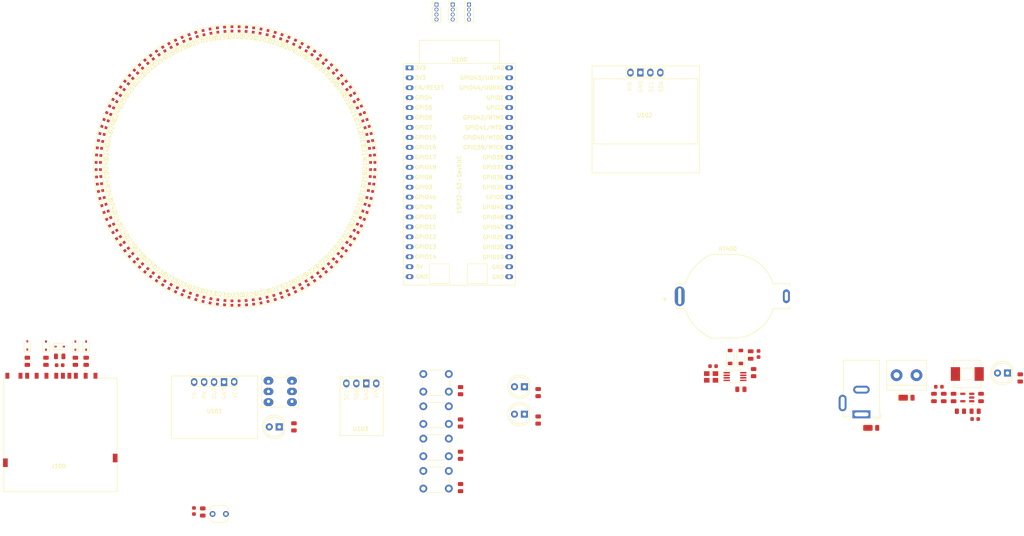
<source format=kicad_pcb>
(kicad_pcb (version 20240108) (generator "pcbnew") (generator_version "8.0")
  (layers (0 "F.Cu" signal) (31 "B.Cu" signal) (34 "B.Paste" user) (35 "F.Paste" user) (36 "B.SilkS" user "B.Silkscreen") (37 "F.SilkS" user "F.Silkscreen") (38 "B.Mask" user) (39 "F.Mask" user) (44 "Edge.Cuts" user))
  (net 0 "")
  (net 1 "/PCF8563/OSCI")
  (net 2 "Net-(D105-K)")
  (net 3 "Net-(D105-A)")
  (net 4 "+5V")
  (net 5 "GND")
  (net 6 "Net-(D106-K)")
  (net 7 "Net-(D107-K)")
  (net 8 "UART_RX")
  (net 9 "UART_TX")
  (net 10 "PCF8563_INT")
  (net 11 "/esp32-s3/LD2410_VCC")
  (net 37 "RGB_STRIP")
  (net 38 "Net-(D200-DOUT)")
  (net 39 "Net-(D201-DOUT)")
  (net 40 "Net-(D202-DOUT)")
  (net 41 "Net-(D203-DOUT)")
  (net 42 "Net-(D204-DOUT)")
  (net 43 "Net-(D205-DOUT)")
  (net 44 "Net-(D206-DOUT)")
  (net 45 "Net-(D207-DOUT)")
  (net 46 "Net-(D208-DOUT)")
  (net 47 "Net-(D209-DOUT)")
  (net 48 "Net-(D210-DOUT)")
  (net 49 "Net-(D211-DOUT)")
  (net 50 "Net-(D212-DOUT)")
  (net 51 "Net-(D213-DOUT)")
  (net 52 "Net-(D214-DOUT)")
  (net 53 "Net-(D215-DOUT)")
  (net 54 "Net-(D216-DOUT)")
  (net 55 "Net-(D217-DOUT)")
  (net 56 "Net-(D218-DOUT)")
  (net 57 "Net-(D219-DOUT)")
  (net 58 "Net-(D220-DOUT)")
  (net 59 "Net-(D221-DOUT)")
  (net 60 "Net-(D222-DOUT)")
  (net 61 "Net-(D223-DOUT)")
  (net 62 "Net-(D224-DOUT)")
  (net 63 "Net-(D225-DOUT)")
  (net 64 "Net-(D226-DOUT)")
  (net 65 "Net-(D227-DOUT)")
  (net 66 "Net-(D228-DOUT)")
  (net 67 "Net-(D229-DOUT)")
  (net 68 "Net-(D230-DOUT)")
  (net 69 "Net-(D231-DOUT)")
  (net 70 "Net-(D232-DOUT)")
  (net 71 "Net-(D233-DOUT)")
  (net 72 "Net-(D234-DOUT)")
  (net 73 "Net-(D235-DOUT)")
  (net 74 "Net-(D236-DOUT)")
  (net 75 "Net-(D237-DOUT)")
  (net 76 "Net-(D238-DOUT)")
  (net 77 "Net-(D239-DOUT)")
  (net 78 "Net-(D240-DOUT)")
  (net 79 "Net-(D241-DOUT)")
  (net 80 "Net-(D242-DOUT)")
  (net 81 "Net-(D243-DOUT)")
  (net 82 "Net-(D244-DOUT)")
  (net 83 "Net-(D245-DOUT)")
  (net 84 "Net-(D246-DOUT)")
  (net 85 "Net-(D247-DOUT)")
  (net 86 "Net-(D248-DOUT)")
  (net 87 "Net-(D249-DOUT)")
  (net 88 "Net-(D250-DOUT)")
  (net 89 "Net-(D251-DOUT)")
  (net 90 "Net-(D252-DOUT)")
  (net 91 "Net-(D253-DOUT)")
  (net 92 "Net-(D254-DOUT)")
  (net 93 "Net-(D255-DOUT)")
  (net 94 "Net-(D256-DOUT)")
  (net 95 "Net-(D257-DOUT)")
  (net 96 "Net-(D258-DOUT)")
  (net 100 "BUTTON_SW_4")
  (net 101 "RADAR_RX_PIN")
  (net 102 "BUTTON_SW_2")
  (net 103 "I2C_SDA")
  (net 104 "LDR_IN")
  (net 105 "SD_CARD_MISO")
  (net 106 "BUTTON_SW_3")
  (net 107 "+3.3V")
  (net 108 "RADAR_TX_PIN")
  (net 109 "SD_CARD_CS")
  (net 110 "I2C_SCL")
  (net 111 "SD_CARD_SCK")
  (net 112 "LED_1")
  (net 113 "SD_CARD_MOSI")
  (net 114 "LED_2")
  (net 115 "BUTTON_SW_1")
  (net 116 "VIN")
  (net 117 "/power/BUCK_FB")
  (net 118 "/power/LED_PWR_K")
  (net 120 "/power/BUCK_SW")
  (net 121 "/PCF8563/OSCO")
  (net 122 "/PCF8563/PCF_VDD")
  (net 123 "/PCF8563/VBAT")
  (footprint "LED_SMD:LED_WS2812B-2020_PLCC4_2.0x2.0mm" (layer "F.Cu") (at 44.86733 88.615721 -102)
    (property "Reference" "D247" (at -0.000002 -2 78) (layer "F.SilkS"))
    (property "Value" "WS2812B-2020")
    (pad "1" smd rect (at -0.915 -0.550001 258) (size 0.7 0.7) (layers "F.Cu" "F.Paste" "F.Mask") (net 85 "Net-(D247-DOUT)"))
    (pad "2" smd rect (at -0.915 0.549999 258) (size 0.7 0.7) (layers "F.Cu" "F.Paste" "F.Mask") (net 5 "GND"))
    (pad "3" smd rect (at 0.915 0.550001 258) (size 0.7 0.7) (layers "F.Cu" "F.Paste" "F.Mask") (net 84 "Net-(D246-DOUT)"))
    (pad "4" smd rect (at 0.915 -0.549999 258) (size 0.7 0.7) (layers "F.Cu" "F.Paste" "F.Mask") (net 4 "+5V"))
  )
  (footprint "LED_SMD:LED_WS2812B-2020_PLCC4_2.0x2.0mm" (layer "F.Cu") (at 75.444 130.700897 -6)
    (property "Reference" "D231" (at -0.000001 -2.000001 174) (layer "F.SilkS"))
    (property "Value" "WS2812B-2020")
    (pad "1" smd rect (at -0.915 -0.549999 354) (size 0.7 0.7) (layers "F.Cu" "F.Paste" "F.Mask") (net 69 "Net-(D231-DOUT)"))
    (pad "2" smd rect (at -0.915 0.549999 354) (size 0.7 0.7) (layers "F.Cu" "F.Paste" "F.Mask") (net 5 "GND"))
    (pad "3" smd rect (at 0.915 0.549999 354) (size 0.7 0.7) (layers "F.Cu" "F.Paste" "F.Mask") (net 68 "Net-(D230-DOUT)"))
    (pad "4" smd rect (at 0.915 -0.549999 354) (size 0.7 0.7) (layers "F.Cu" "F.Paste" "F.Mask") (net 4 "+5V"))
  )
  (footprint "LED_SMD:LED_WS2812B-2020_PLCC4_2.0x2.0mm" (layer "F.Cu") (at 47.128405 81.656848 -114)
    (property "Reference" "D249" (at -0.000003 -2 66) (layer "F.SilkS"))
    (property "Value" "WS2812B-2020")
    (pad "1" smd rect (at -0.915 -0.55 246) (size 0.7 0.7) (layers "F.Cu" "F.Paste" "F.Mask") (net 87 "Net-(D249-DOUT)"))
    (pad "2" smd rect (at -0.915 0.55 246) (size 0.7 0.7) (layers "F.Cu" "F.Paste" "F.Mask") (net 5 "GND"))
    (pad "3" smd rect (at 0.915 0.55 246) (size 0.7 0.7) (layers "F.Cu" "F.Paste" "F.Mask") (net 86 "Net-(D248-DOUT)"))
    (pad "4" smd rect (at 0.915 -0.55 246) (size 0.7 0.7) (layers "F.Cu" "F.Paste" "F.Mask") (net 4 "+5V"))
  )
  (footprint "LED_SMD:LED_WS2812B-2020_PLCC4_2.0x2.0mm" (layer "F.Cu") (at 105.112565 72.473059 132)
    (property "Reference" "D208" (at 0 -2.000001 -48) (layer "F.SilkS"))
    (property "Value" "WS2812B-2020")
    (pad "1" smd rect (at -0.915001 -0.549999 132) (size 0.7 0.7) (layers "F.Cu" "F.Paste" "F.Mask") (net 46 "Net-(D208-DOUT)"))
    (pad "2" smd rect (at -0.914999 0.549999 132) (size 0.7 0.7) (layers "F.Cu" "F.Paste" "F.Mask") (net 5 "GND"))
    (pad "3" smd rect (at 0.915001 0.549999 132) (size 0.7 0.7) (layers "F.Cu" "F.Paste" "F.Mask") (net 45 "Net-(D207-DOUT)"))
    (pad "4" smd rect (at 0.914999 -0.549999 132) (size 0.7 0.7) (layers "F.Cu" "F.Paste" "F.Mask") (net 4 "+5V"))
  )
  (footprint "Capacitor_SMD:C_0805_2012Metric" (layer "F.Cu") (at 210.5 144.15 -90)
    (property "Reference" "C400" (hide yes))
    (property "Value" "10uF" (hide yes))
    (pad "1" smd roundrect (at -0.95 0 270) (size 1 1.45) (layers "F.Cu" "F.Paste" "F.Mask") (net 107 "+3.3V"))
    (pad "2" smd roundrect (at 0.95 0 270) (size 1 1.45) (layers "F.Cu" "F.Paste" "F.Mask") (net 5 "GND"))
  )
  (footprint "Resistor_SMD:R_0805_2012Metric" (layer "F.Cu") (at 136.5 153.25 90)
    (property "Reference" "R107" (hide yes))
    (property "Value" "10kR" (hide yes))
    (pad "1" smd roundrect (at -0.9125 0 90) (size 1.025 1.4) (layers "F.Cu" "F.Paste" "F.Mask") (roundrect_rratio 0.243902) (net 115 "BUTTON_SW_1"))
    (pad "2" smd roundrect (at 0.9125 0 90) (size 1.025 1.4) (layers "F.Cu" "F.Paste" "F.Mask") (roundrect_rratio 0.243902) (net 5 "GND"))
  )
  (footprint "LED_THT:LED_D5.0mm" (layer "F.Cu") (at 152.79 152.25 180)
    (property "Reference" "D106" (hide yes))
    (property "Value" "LED" (hide yes))
    (pad "1" thru_hole rect (at 0 0 180) (size 1.8 1.8) (drill 0.9) (layers "*.Cu" "*.Mask") (net 6 "Net-(D106-K)"))
    (pad "2" thru_hole circle (at 2.54 0 180) (size 1.8 1.8) (drill 0.9) (layers "*.Cu" "*.Mask") (net 112 "LED_1"))
  )
  (footprint "LED_SMD:LED_WS2812B-2020_PLCC4_2.0x2.0mm" (layer "F.Cu") (at 64.866714 127.866722 -24)
    (property "Reference" "D234" (at -0.000002 -2.000001 156) (layer "F.SilkS"))
    (property "Value" "WS2812B-2020")
    (pad "1" smd rect (at -0.915 -0.55 336) (size 0.7 0.7) (layers "F.Cu" "F.Paste" "F.Mask") (net 72 "Net-(D234-DOUT)"))
    (pad "2" smd rect (at -0.915 0.55 336) (size 0.7 0.7) (layers "F.Cu" "F.Paste" "F.Mask") (net 5 "GND"))
    (pad "3" smd rect (at 0.915 0.55 336) (size 0.7 0.7) (layers "F.Cu" "F.Paste" "F.Mask") (net 71 "Net-(D233-DOUT)"))
    (pad "4" smd rect (at 0.915 -0.55 336) (size 0.7 0.7) (layers "F.Cu" "F.Paste" "F.Mask") (net 4 "+5V"))
  )
  (footprint "Capacitor_SMD:C_0603_1608Metric" (layer "F.Cu") (at 212.5 143.9 -90)
    (property "Reference" "C401" (hide yes))
    (property "Value" "100nF" (hide yes))
    (pad "1" smd roundrect (at -0.775 0 270) (size 0.9 0.95) (layers "F.Cu" "F.Paste" "F.Mask") (net 107 "+3.3V"))
    (pad "2" smd roundrect (at 0.775 0 270) (size 0.9 0.95) (layers "F.Cu" "F.Paste" "F.Mask") (net 5 "GND"))
  )
  (footprint "Resistor_SMD:R_0805_2012Metric" (layer "F.Cu") (at 136.5 161.5 90)
    (property "Reference" "R108" (hide yes))
    (property "Value" "10kR" (hide yes))
    (pad "1" smd roundrect (at -0.9125 0 90) (size 1.025 1.4) (layers "F.Cu" "F.Paste" "F.Mask") (roundrect_rratio 0.243902) (net 102 "BUTTON_SW_2"))
    (pad "2" smd roundrect (at 0.9125 0 90) (size 1.025 1.4) (layers "F.Cu" "F.Paste" "F.Mask") (roundrect_rratio 0.243902) (net 5 "GND"))
  )
  (footprint "LED_SMD:LED_WS2812B-2020_PLCC4_2.0x2.0mm" (layer "F.Cu") (at 44.29423 99.551127 -84)
    (property "Reference" "D244" (at -0.000002 -2 96) (layer "F.SilkS"))
    (property "Value" "WS2812B-2020")
    (pad "1" smd rect (at -0.915 -0.549999 276) (size 0.7 0.7) (layers "F.Cu" "F.Paste" "F.Mask") (net 82 "Net-(D244-DOUT)"))
    (pad "2" smd rect (at -0.915 0.55 276) (size 0.7 0.7) (layers "F.Cu" "F.Paste" "F.Mask") (net 5 "GND"))
    (pad "3" smd rect (at 0.915 0.549999 276) (size 0.7 0.7) (layers "F.Cu" "F.Paste" "F.Mask") (net 81 "Net-(D243-DOUT)"))
    (pad "4" smd rect (at 0.915 -0.55 276) (size 0.7 0.7) (layers "F.Cu" "F.Paste" "F.Mask") (net 4 "+5V"))
  )
  (footprint "esp32s3_watches:ESP32-S3-DevKitC" (layer "F.Cu") (at 123.5 70.82)
    (property "Reference" "U100" (at 12.7 -2.1 0) (layer "F.SilkS"))
    (property "Value" "ESP32-S3-DevKitC" (at 12.6746 29.7434 90) (layer "F.SilkS"))
    (fp_text user "GND" (at 24.1554 53.4162 0) (layer "F.SilkS") (effects (justify right)))
    (fp_text user "GPIO0" (at 24.13 33.0454 0) (layer "F.SilkS") (effects (justify right)))
    (fp_text user "GPIO14" (at 1.27 48.26 0) (layer "F.SilkS") (effects (justify left)))
    (fp_text user "GND" (at 24.1554 50.8762 0) (layer "F.SilkS") (effects (justify right)))
    (fp_text user "GPIO4" (at 1.27 7.62 0) (layer "F.SilkS") (effects (justify left)))
    (fp_text user "GPIO48" (at 24.1554 38.1762 0) (layer "F.SilkS") (effects (justify right)))
    (fp_text user "GPIO44/U0RXD" (at 24.1554 5.1054 0) (layer "F.SilkS") (effects (justify right)))
    (fp_text user "GPIO21" (at 24.1554 43.2562 0) (layer "F.SilkS") (effects (justify right)))
    (fp_text user "GPIO41/MTDI" (at 24.1554 15.2654 0) (layer "F.SilkS") (effects (justify right)))
    (fp_text user "GPIO36" (at 24.13 27.9654 0) (layer "F.SilkS") (effects (justify right)))
    (fp_text user "GPIO45" (at 24.13 35.5854 0) (layer "F.SilkS") (effects (justify right)))
    (fp_text user "GPIO20" (at 24.1554 45.7962 0) (layer "F.SilkS") (effects (justify right)))
    (fp_text user "GPIO42/MTMS" (at 24.1554 12.7254 0) (layer "F.SilkS") (effects (justify right)))
    (fp_text user "GPIO35" (at 24.13 30.5054 0) (layer "F.SilkS") (effects (justify right)))
    (fp_text user "GPIO18" (at 1.27 25.4 0) (layer "F.SilkS") (effects (justify left)))
    (fp_text user "3V3" (at 1.27 0 0) (layer "F.SilkS") (effects (justify left)))
    (fp_text user "3V3" (at 1.27 2.54 0) (layer "F.SilkS") (effects (justify left)))
    (fp_text user "5V" (at 1.52032 50.79728 0) (layer "F.SilkS") (effects (justify left)))
    (fp_text user "GPIO6" (at 1.27 12.7 0) (layer "F.SilkS") (effects (justify left)))
    (fp_text user "GPIO7" (at 1.27 15.24 0) (layer "F.SilkS") (effects (justify left)))
    (fp_text user "GND" (at 24.3078 0 0) (layer "F.SilkS") (effects (justify right)))
    (fp_text user "GPIO17" (at 1.27 22.86 0) (layer "F.SilkS") (effects (justify left)))
    (fp_text user "GPIO9" (at 1.27 35.56 0) (layer "F.SilkS") (effects (justify left)))
    (fp_text user "GPIO10" (at 1.27 38.1 0) (layer "F.SilkS") (effects (justify left)))
    (fp_text user "GPIO37" (at 24.13 25.4254 0) (layer "F.SilkS") (effects (justify right)))
    (fp_text user "GPIO46" (at 1.27 33.02 0) (layer "F.SilkS") (effects (justify left)))
    (fp_text user "GPIO38" (at 24.13 22.8854 0) (layer "F.SilkS") (effects (justify right)))
    (fp_text user "GPIO5" (at 1.27 10.16 0) (layer "F.SilkS") (effects (justify left)))
    (fp_text user "GPIO47" (at 24.1554 40.7162 0) (layer "F.SilkS") (effects (justify right)))
    (fp_text user "GPIO1" (at 24.1554 7.6454 0) (layer "F.SilkS") (effects (justify right)))
    (fp_text user "GPIO15" (at 1.27 17.78 0) (layer "F.SilkS") (effects (justify left)))
    (fp_text user "GPIO13" (at 1.27 45.72 0) (layer "F.SilkS") (effects (justify left)))
    (fp_text user "GPIO12" (at 1.27 43.18 0) (layer "F.SilkS") (effects (justify left)))
    (fp_text user "GPIO8" (at 1.27 27.94 0) (layer "F.SilkS") (effects (justify left)))
    (fp_text user "GPIO39/MTCK" (at 24.13 20.3454 0) (layer "F.SilkS") (effects (justify right)))
    (fp_text user "GND" (at 1.52032 53.33728 0) (layer "F.SilkS") (effects (justify left)))
    (fp_text user "EN/RESET" (at 8.88632 5.07728 0) (layer "F.SilkS") (effects (justify right)))
    (fp_text user "GPIO3" (at 1.27 30.48 0) (layer "F.SilkS") (effects (justify left)))
    (fp_text user "GPIO19" (at 24.1554 48.3362 0) (layer "F.SilkS") (effects (justify right)))
    (fp_text user "GPIO2" (at 24.1554 10.1854 0) (layer "F.SilkS") (effects (justify right)))
    (fp_text user "GPIO40/MTDO" (at 24.1554 17.8054 0) (layer "F.SilkS") (effects (justify right)))
    (fp_text user "GPIO43/U0TXD" (at 24.1554 2.5654 0) (layer "F.SilkS") (effects (justify right)))
    (fp_text user "GPIO16" (at 1.27 20.32 0) (layer "F.SilkS") (effects (justify left)))
    (fp_text user "GPIO11" (at 1.27 40.64 0) (layer "F.SilkS") (effects (justify left)))
    (pad "1" thru_hole rect (at 0 0 270) (size 1.2 2) (drill 0.8) (layers "*.Cu" "*.Mask"))
    (pad "2" thru_hole oval (at 0 2.54 270) (size 1.2 2) (drill 0.8) (layers "*.Cu" "*.Mask"))
    (pad "3" thru_hole oval (at 0 5.08 270) (size 1.2 2) (drill 0.8) (layers "*.Cu" "*.Mask"))
    (pad "4" thru_hole oval (at 0 7.62 270) (size 1.2 2) (drill 0.8) (layers "*.Cu" "*.Mask") (net 104 "LDR_IN"))
    (pad "5" thru_hole oval (at 0 10.16 270) (size 1.2 2) (drill 0.8) (layers "*.Cu" "*.Mask"))
    (pad "6" thru_hole oval (at 0 12.7 270) (size 1.2 2) (drill 0.8) (layers "*.Cu" "*.Mask") (net 106 "BUTTON_SW_3"))
    (pad "7" thru_hole oval (at 0 15.24 270) (size 1.2 2) (drill 0.8) (layers "*.Cu" "*.Mask") (net 100 "BUTTON_SW_4"))
    (pad "8" thru_hole oval (at 0 17.78 270) (size 1.2 2) (drill 0.8) (layers "*.Cu" "*.Mask") (net 101 "RADAR_RX_PIN"))
    (pad "9" thru_hole oval (at 0 20.32 270) (size 1.2 2) (drill 0.8) (layers "*.Cu" "*.Mask") (net 108 "RADAR_TX_PIN"))
    (pad "10" thru_hole oval (at 0 22.86 270) (size 1.2 2) (drill 0.8) (layers "*.Cu" "*.Mask"))
    (pad "11" thru_hole oval (at 0 25.4 270) (size 1.2 2) (drill 0.8) (layers "*.Cu" "*.Mask"))
    (pad "12" thru_hole oval (at 0 27.94 270) (size 1.2 2) (drill 0.8) (layers "*.Cu" "*.Mask") (net 103 "I2C_SDA"))
    (pad "13" thru_hole oval (at 0 30.48 270) (size 1.2 2) (drill 0.8) (layers "*.Cu" "*.Mask"))
    (pad "14" thru_hole oval (at 0 33.02 270) (size 1.2 2) (drill 0.8) (layers "*.Cu" "*.Mask"))
    (pad "15" thru_hole oval (at 0 35.56 270) (size 1.2 2) (drill 0.8) (layers "*.Cu" "*.Mask") (net 110 "I2C_SCL"))
    (pad "16" thru_hole oval (at 0 38.1 270) (size 1.2 2) (drill 0.8) (layers "*.Cu" "*.Mask") (net 109 "SD_CARD_CS"))
    (pad "17" thru_hole oval (at 0 40.64 270) (size 1.2 2) (drill 0.8) (layers "*.Cu" "*.Mask") (net 113 "SD_CARD_MOSI"))
    (pad "18" thru_hole oval (at 0 43.18 270) (size 1.2 2) (drill 0.8) (layers "*.Cu" "*.Mask") (net 111 "SD_CARD_SCK"))
    (pad "19" thru_hole oval (at 0 45.72 270) (size 1.2 2) (drill 0.8) (layers "*.Cu" "*.Mask") (net 105 "SD_CARD_MISO"))
    (pad "20" thru_hole oval (at -0.00368 48.25728 270) (size 1.2 2) (drill 0.8) (layers "*.Cu" "*.Mask"))
    (pad "21" thru_hole oval (at -0.00368 50.79728 270) (size 1.2 2) (drill 0.8) (layers "*.Cu" "*.Mask") (net 4 "+5V"))
    (pad "22" thru_hole oval (at -0.00368 53.33728 270) (size 1.2 2) (drill 0.8) (layers "*.Cu" "*.Mask") (net 5 "GND"))
    (pad "23" thru_hole oval (at 25.4 53.34 270) (size 1.2 2) (drill 0.8) (layers "*.Cu" "*.Mask"))
    (pad "24" thru_hole oval (at 25.4 50.8 270) (size 1.2 2) (drill 0.8) (layers "*.Cu" "*.Mask"))
    (pad "25" thru_hole oval (at 25.4 48.26 270) (size 1.2 2) (drill 0.8) (layers "*.Cu" "*.Mask"))
    (pad "26" thru_hole oval (at 25.4 45.72 270) (size 1.2 2) (drill 0.8) (layers "*.Cu" "*.Mask"))
    (pad "27" thru_hole oval (at 25.4 43.18 270) (size 1.2 2) (drill 0.8) (layers "*.Cu" "*.Mask"))
    (pad "28" thru_hole oval (at 25.4 40.64 270) (size 1.2 2) (drill 0.8) (layers "*.Cu" "*.Mask"))
    (pad "29" thru_hole oval (at 25.4 38.1 270) (size 1.2 2) (drill 0.8) (layers "*.Cu" "*.Mask") (net 37 "RGB_STRIP"))
    (pad "30" thru_hole oval (at 25.4 35.56 270) (size 1.2 2) (drill 0.8) (layers "*.Cu" "*.Mask"))
    (pad "31" thru_hole oval (at 25.4 33.02 270) (size 1.2 2) (drill 0.8) (layers "*.Cu" "*.Mask"))
    (pad "32" thru_hole oval (at 25.4 30.48 270) (size 1.2 2) (drill 0.8) (layers "*.Cu" "*.Mask"))
    (pad "33" thru_hole oval (at 25.4 27.94 270) (size 1.2 2) (drill 0.8) (layers "*.Cu" "*.Mask"))
    (pad "34" thru_hole oval (at 25.4 25.4 270) (size 1.2 2) (drill 0.8) (layers "*.Cu" "*.Mask"))
    (pad "35" thru_hole oval (at 25.4 22.86 270) (size 1.2 2) (drill 0.8) (layers "*.Cu" "*.Mask"))
    (pad "36" thru_hole oval (at 25.4 20.32 270) (size 1.2 2) (drill 0.8) (layers "*.Cu" "*.Mask"))
    (pad "37" thru_hole oval (at 25.4 17.78 270) (size 1.2 2) (drill 0.8) (layers "*.Cu" "*.Mask") (net 10 "PCF8563_INT"))
    (pad "38" thru_hole oval (at 25.4 15.24 270) (size 1.2 2) (drill 0.8) (layers "*.Cu" "*.Mask") (net 102 "BUTTON_SW_2"))
    (pad "39" thru_hole oval (at 25.4 12.7 270) (size 1.2 2) (drill 0.8) (layers "*.Cu" "*.Mask") (net 115 "BUTTON_SW_1"))
    (pad "40" thru_hole oval (at 25.4 10.16 270) (size 1.2 2) (drill 0.8) (layers "*.Cu" "*.Mask") (net 114 "LED_2"))
    (pad "41" thru_hole oval (at 25.4 7.62 270) (size 1.2 2) (drill 0.8) (layers "*.Cu" "*.Mask") (net 112 "LED_1"))
    (pad "42" thru_hole oval (at 25.4 5.08 270) (size 1.2 2) (drill 0.8) (layers "*.Cu" "*.Mask") (net 8 "UART_RX"))
    (pad "43" thru_hole oval (at 25.4 2.54 270) (size 1.2 2) (drill 0.8) (layers "*.Cu" "*.Mask") (net 9 "UART_TX"))
    (pad "44" thru_hole oval (at 25.4 0 270) (size 1.2 2) (drill 0.8) (layers "*.Cu" "*.Mask"))
  )
  (footprint "Capacitor_SMD:C_0603_1608Metric" (layer "F.Cu") (at 68.5 183.975 90)
    (property "Reference" "C103" (hide yes))
    (property "Value" "100nF" (hide yes))
    (pad "1" smd roundrect (at -0.775 0 90) (size 0.9 0.95) (layers "F.Cu" "F.Paste" "F.Mask") (net 104 "LDR_IN"))
    (pad "2" smd roundrect (at 0.775 0 90) (size 0.9 0.95) (layers "F.Cu" "F.Paste" "F.Mask") (net 5 "GND"))
  )
  (footprint "Diode_SMD:D_SOD-323" (layer "F.Cu") (at 34.25 142)
    (property "Reference" "D100" (hide yes))
    (property "Value" "PESD3V3L1BA,115" (hide yes))
    (pad "1" smd roundrect (at -1.05 0) (size 0.6 0.45) (layers "F.Cu" "F.Paste" "F.Mask") (net 107 "+3.3V"))
    (pad "2" smd roundrect (at 1.05 0) (size 0.6 0.45) (layers "F.Cu" "F.Paste" "F.Mask") (net 5 "GND"))
  )
  (footprint "esp32s3_watches:AMPHENOL_10067847-001RLF" (layer "F.Cu") (at 34 173.75)
    (property "Reference" "J100" (at 0 -1.25 0) (layer "F.SilkS"))
    (property "Value" "10067847-001RLF")
    (pad "" np_thru_hole circle (at -12.1 0) (size 1.5 1.5) (drill 1.5) (layers "*.Cu" "*.Mask"))
    (pad "" np_thru_hole circle (at 12.1 0) (size 1.5 1.5) (drill 1.5) (layers "*.Cu" "*.Mask"))
    (pad "1" smd rect (at 6.875 -24.3) (size 1 1.5) (layers "F.Cu" "F.Paste" "F.Mask") (net 109 "SD_CARD_CS"))
    (pad "2" smd rect (at 4.375 -24.3) (size 1 1.5) (layers "F.Cu" "F.Paste" "F.Mask") (net 113 "SD_CARD_MOSI"))
    (pad "3" smd rect (at 1.075 -24.3) (size 1 1.5) (layers "F.Cu" "F.Paste" "F.Mask") (net 5 "GND"))
    (pad "4" smd rect (at -0.625 -24.3) (size 1 1.5) (layers "F.Cu" "F.Paste" "F.Mask") (net 107 "+3.3V"))
    (pad "5" smd rect (at -3.125 -24.3) (size 1 1.5) (layers "F.Cu" "F.Paste" "F.Mask") (net 111 "SD_CARD_SCK"))
    (pad "6" smd rect (at -5.625 -24.3) (size 1 1.5) (layers "F.Cu" "F.Paste" "F.Mask") (net 5 "GND"))
    (pad "7" smd rect (at -8.05 -24.3) (size 1 1.5) (layers "F.Cu" "F.Paste" "F.Mask") (net 105 "SD_CARD_MISO"))
    (pad "8" smd rect (at -9.75 -24.3) (size 1 1.5) (layers "F.Cu" "F.Paste" "F.Mask"))
    (pad "9" smd rect (at 9.375 -24.3) (size 1 1.5) (layers "F.Cu" "F.Paste" "F.Mask"))
    (pad "CD" smd rect (at 2.725 -24.3) (size 1 1.5) (layers "F.Cu" "F.Paste" "F.Mask"))
    (pad "G1" smd rect (at -13.6 -2.1) (size 1.2 2.2) (layers "F.Cu" "F.Paste" "F.Mask") (net 5 "GND"))
    (pad "G2" smd rect (at 14.4 -3.3) (size 1.2 2.2) (layers "F.Cu" "F.Paste" "F.Mask") (net 5 "GND"))
    (pad "WP" smd rect (at -13.1 -24.3) (size 1 1.5) (layers "F.Cu" "F.Paste" "F.Mask"))
  )
  (footprint "LED_SMD:LED_WS2812B-2020_PLCC4_2.0x2.0mm" (layer "F.Cu") (at 75.444 61.084364 -174)
    (property "Reference" "D259" (at -0.000001 -2 6) (layer "F.SilkS"))
    (property "Value" "WS2812B-2020")
    (pad "1" smd rect (at -0.915 -0.549999 186) (size 0.7 0.7) (layers "F.Cu" "F.Paste" "F.Mask"))
    (pad "2" smd rect (at -0.915 0.55 186) (size 0.7 0.7) (layers "F.Cu" "F.Paste" "F.Mask") (net 5 "GND"))
    (pad "3" smd rect (at 0.915 0.549999 186) (size 0.7 0.7) (layers "F.Cu" "F.Paste" "F.Mask") (net 96 "Net-(D258-DOUT)"))
    (pad "4" smd rect (at 0.915 -0.55 186) (size 0.7 0.7) (layers "F.Cu" "F.Paste" "F.Mask") (net 4 "+5V"))
  )
  (footprint "LED_SMD:LED_WS2812B-2020_PLCC4_2.0x2.0mm" (layer "F.Cu") (at 64.866714 63.918539 -156)
    (property "Reference" "D256" (at -0.000001 -2 24) (layer "F.SilkS"))
    (property "Value" "WS2812B-2020")
    (pad "1" smd rect (at -0.915 -0.55 204) (size 0.7 0.7) (layers "F.Cu" "F.Paste" "F.Mask") (net 94 "Net-(D256-DOUT)"))
    (pad "2" smd rect (at -0.915 0.55 204) (size 0.7 0.7) (layers "F.Cu" "F.Paste" "F.Mask") (net 5 "GND"))
    (pad "3" smd rect (at 0.915 0.55 204) (size 0.7 0.7) (layers "F.Cu" "F.Paste" "F.Mask") (net 93 "Net-(D255-DOUT)"))
    (pad "4" smd rect (at 0.915 -0.55 204) (size 0.7 0.7) (layers "F.Cu" "F.Paste" "F.Mask") (net 4 "+5V"))
  )
  (footprint "Capacitor_SMD:C_0805_2012Metric" (layer "F.Cu") (at 262.25 155 -90)
    (property "Reference" "C302" (hide yes))
    (property "Value" "22uF" (hide yes))
    (pad "1" smd roundrect (at -0.95 0 270) (size 1 1.45) (layers "F.Cu" "F.Paste" "F.Mask") (net 4 "+5V"))
    (pad "2" smd roundrect (at 0.95 0 270) (size 1 1.45) (layers "F.Cu" "F.Paste" "F.Mask") (net 5 "GND"))
  )
  (footprint "LED_SMD:LED_WS2812B-2020_PLCC4_2.0x2.0mm" (layer "F.Cu") (at 82.760993 130.700897 6)
    (property "Reference" "D229" (at -0.000002 -2.000001 -174) (layer "F.SilkS"))
    (property "Value" "WS2812B-2020")
    (pad "1" smd rect (at -0.915 -0.549999 6) (size 0.7 0.7) (layers "F.Cu" "F.Paste" "F.Mask") (net 67 "Net-(D229-DOUT)"))
    (pad "2" smd rect (at -0.915 0.55 6) (size 0.7 0.7) (layers "F.Cu" "F.Paste" "F.Mask") (net 5 "GND"))
    (pad "3" smd rect (at 0.915 0.549999 6) (size 0.7 0.7) (layers "F.Cu" "F.Paste" "F.Mask") (net 66 "Net-(D228-DOUT)"))
    (pad "4" smd rect (at 0.915 -0.55 6) (size 0.7 0.7) (layers "F.Cu" "F.Paste" "F.Mask") (net 4 "+5V"))
  )
  (footprint "Diode_SMD:D_PowerDI-123" (layer "F.Cu") (at 250.25 155.05)
    (property "Reference" "D301" (hide yes))
    (property "Value" "D" (hide yes))
    (pad "1" smd roundrect (at -0.85 0 180) (size 2.4 1.5) (layers "F.Cu" "F.Paste" "F.Mask") (roundrect_rratio 0.1666666667) (net 116 "VIN"))
    (pad "2" smd roundrect (at 1.525 0 180) (size 1.05 1.5) (layers "F.Cu" "F.Paste" "F.Mask") (roundrect_rratio 0.2380952381) (net 5 "GND"))
  )
  (footprint "Diode_SMD:D_SOD-123" (layer "F.Cu") (at 208 144.65 90)
    (property "Reference" "D402" (hide yes))
    (property "Value" "1N4148" (hide yes))
    (pad "1" smd roundrect (at -1.65 0 90) (size 0.9 1.2) (layers "F.Cu" "F.Paste" "F.Mask") (net 122 "/PCF8563/PCF_VDD"))
    (pad "2" smd roundrect (at 1.65 0 90) (size 0.9 1.2) (layers "F.Cu" "F.Paste" "F.Mask") (net 107 "+3.3V"))
  )
  (footprint "Capacitor_SMD:C_0805_2012Metric" (layer "F.Cu") (at 34.25 144.5)
    (property "Reference" "C100" (hide yes))
    (property "Value" "10uF" (hide yes))
    (pad "1" smd roundrect (at -0.95 0) (size 1 1.45) (layers "F.Cu" "F.Paste" "F.Mask") (net 107 "+3.3V"))
    (pad "2" smd roundrect (at 0.95 0) (size 1 1.45) (layers "F.Cu" "F.Paste" "F.Mask") (net 5 "GND"))
  )
  (footprint "LED_SMD:LED_WS2812B-2020_PLCC4_2.0x2.0mm" (layer "F.Cu") (at 58.530013 124.208225 -36)
    (property "Reference" "D236" (at -0.000002 -2.000001 144) (layer "F.SilkS"))
    (property "Value" "WS2812B-2020")
    (pad "1" smd rect (at -0.915 -0.550001 324) (size 0.7 0.7) (layers "F.Cu" "F.Paste" "F.Mask") (net 74 "Net-(D236-DOUT)"))
    (pad "2" smd rect (at -0.915 0.55 324) (size 0.7 0.7) (layers "F.Cu" "F.Paste" "F.Mask") (net 5 "GND"))
    (pad "3" smd rect (at 0.915 0.550001 324) (size 0.7 0.7) (layers "F.Cu" "F.Paste" "F.Mask") (net 73 "Net-(D235-DOUT)"))
    (pad "4" smd rect (at 0.915 -0.55 324) (size 0.7 0.7) (layers "F.Cu" "F.Paste" "F.Mask") (net 4 "+5V"))
  )
  (footprint "LED_SMD:LED_WS2812B-2020_PLCC4_2.0x2.0mm" (layer "F.Cu") (at 71.825587 130.127797 -12)
    (property "Reference" "D232" (at -0.000002 -2.000001 168) (layer "F.SilkS"))
    (property "Value" "WS2812B-2020")
    (pad "1" smd rect (at -0.915 -0.550001 348) (size 0.7 0.7) (layers "F.Cu" "F.Paste" "F.Mask") (net 70 "Net-(D232-DOUT)"))
    (pad "2" smd rect (at -0.915 0.549999 348) (size 0.7 0.7) (layers "F.Cu" "F.Paste" "F.Mask") (net 5 "GND"))
    (pad "3" smd rect (at 0.915 0.550001 348) (size 0.7 0.7) (layers "F.Cu" "F.Paste" "F.Mask") (net 69 "Net-(D231-DOUT)"))
    (pad "4" smd rect (at 0.915 -0.549999 348) (size 0.7 0.7) (layers "F.Cu" "F.Paste" "F.Mask") (net 4 "+5V"))
  )
  (footprint "Inductor_SMD:L_0603_1608Metric" (layer "F.Cu") (at 258.5 152.25)
    (property "Reference" "L300" (hide yes))
    (property "Value" "10nH" (hide yes))
    (pad "1" smd roundrect (at -0.7875 0) (size 0.875 0.95) (layers "F.Cu" "F.Paste" "F.Mask") (net 116 "VIN"))
    (pad "2" smd roundrect (at 0.7875 0) (size 0.875 0.95) (layers "F.Cu" "F.Paste" "F.Mask") (net 4 "+5V"))
  )
  (footprint "LED_SMD:LED_WS2812B-2020_PLCC4_2.0x2.0mm" (layer "F.Cu") (at 107.418091 75.320147 126)
    (property "Reference" "D209" (at 0 -2.000001 -54) (layer "F.SilkS"))
    (property "Value" "WS2812B-2020")
    (pad "1" smd rect (at -0.915 -0.55 126) (size 0.7 0.7) (layers "F.Cu" "F.Paste" "F.Mask") (net 47 "Net-(D209-DOUT)"))
    (pad "2" smd rect (at -0.915 0.55 126) (size 0.7 0.7) (layers "F.Cu" "F.Paste" "F.Mask") (net 5 "GND"))
    (pad "3" smd rect (at 0.915 0.55 126) (size 0.7 0.7) (layers "F.Cu" "F.Paste" "F.Mask") (net 46 "Net-(D208-DOUT)"))
    (pad "4" smd rect (at 0.915 -0.55 126) (size 0.7 0.7) (layers "F.Cu" "F.Paste" "F.Mask") (net 4 "+5V"))
  )
  (footprint "Connector_PinHeader_1.27mm:PinHeader_1x04_P1.27mm_Vertical" (layer "F.Cu") (at 130.35 54.69)
    (property "Reference" "J101" (hide yes))
    (property "Value" "Conn_01x04_Pin" (hide yes))
    (pad "1" thru_hole rect (at 0 0) (size 1 1) (drill 0.65) (layers "*.Cu" "*.Mask") (net 5 "GND"))
    (pad "2" thru_hole oval (at 0 1.27) (size 1 1) (drill 0.65) (layers "*.Cu" "*.Mask") (net 103 "I2C_SDA"))
    (pad "3" thru_hole oval (at 0 2.54) (size 1 1) (drill 0.65) (layers "*.Cu" "*.Mask") (net 110 "I2C_SCL"))
    (pad "4" thru_hole oval (at 0 3.81) (size 1 1) (drill 0.65) (layers "*.Cu" "*.Mask") (net 107 "+3.3V"))
  )
  (footprint "Connector_BarrelJack:BarrelJack_GCT_DCJ200-10-A_Horizontal" (layer "F.Cu") (at 238.75 159.3 180)
    (property "Reference" "J300" (hide yes))
    (property "Value" "Barrel_Jack_MountingPin" (hide yes))
    (pad "1" thru_hole rect (at 0 0 180) (size 4.6 2) (drill oval 3.6 1) (layers "*.Cu" "*.Mask") (net 116 "VIN"))
    (pad "2" thru_hole oval (at 0 6.3 180) (size 4.2 2) (drill oval 3.2 1) (layers "*.Cu" "*.Mask") (net 5 "GND"))
    (pad "3" thru_hole oval (at 4.8 2.9 180) (size 2 4.2) (drill oval 1 3.2) (layers "*.Cu" "*.Mask"))
  )
  (footprint "esp32s3_watches:MWSA0603S" (layer "F.Cu") (at 265.75 149)
    (property "Reference" "L301" (hide yes))
    (property "Value" "15uH" (hide yes))
    (pad "1" smd rect (at -3.025 0) (size 2.35 3.5) (layers "F.Cu" "F.Paste" "F.Mask") (net 120 "/power/BUCK_SW"))
    (pad "2" smd rect (at 3.025 0) (size 2.35 3.5) (layers "F.Cu" "F.Paste" "F.Mask") (net 107 "+3.3V"))
  )
  (footprint "LED_SMD:LED_WS2812B-2020_PLCC4_2.0x2.0mm" (layer "F.Cu") (at 99.67498 67.577036 144)
    (property "Reference" "D206" (at 0 -2.000001 -36) (layer "F.SilkS"))
    (property "Value" "WS2812B-2020")
    (pad "1" smd rect (at -0.915 -0.550001 144) (size 0.7 0.7) (layers "F.Cu" "F.Paste" "F.Mask") (net 44 "Net-(D206-DOUT)"))
    (pad "2" smd rect (at -0.915 0.55 144) (size 0.7 0.7) (layers "F.Cu" "F.Paste" "F.Mask") (net 5 "GND"))
    (pad "3" smd rect (at 0.915 0.550001 144) (size 0.7 0.7) (layers "F.Cu" "F.Paste" "F.Mask") (net 43 "Net-(D205-DOUT)"))
    (pad "4" smd rect (at 0.915 -0.55 144) (size 0.7 0.7) (layers "F.Cu" "F.Paste" "F.Mask") (net 4 "+5V"))
  )
  (footprint "esp32s3_watches:BME280" (layer "F.Cu") (at 111 162)
    (property "Reference" "U103" (at 0 1 0) (layer "F.SilkS"))
    (property "Value" "~" (hide yes))
    (fp_text user "GND" (at 2 -6.25 90) (layer "F.SilkS") (effects (font (thickness 0.1)) (justify left bottom)))
    (fp_text user "SCL" (at -3 -6.25 90) (layer "F.SilkS") (effects (font (thickness 0.1)) (justify left bottom)))
    (fp_text user "SDA" (at -0.5 -6.25 90) (layer "F.SilkS") (effects (font (thickness 0.1)) (justify left bottom)))
    (fp_text user "VIN" (at 4.5 -6.75 90) (layer "F.SilkS") (effects (font (thickness 0.1)) (justify left bottom)))
    (pad "1" thru_hole oval (at -3.62 -10.6 90) (size 2 1.6) (drill 1) (layers "*.Cu" "*.Mask") (net 110 "I2C_SCL"))
    (pad "2" thru_hole oval (at -1.08 -10.6 90) (size 2 1.6) (drill 1) (layers "*.Cu" "*.Mask") (net 103 "I2C_SDA"))
    (pad "3" thru_hole rect (at 1.46 -10.6 90) (size 2 1.6) (drill 1) (layers "*.Cu" "*.Mask") (net 5 "GND"))
    (pad "4" thru_hole oval (at 4 -10.6 90) (size 2 1.6) (drill 1) (layers "*.Cu" "*.Mask") (net 107 "+3.3V"))
  )
  (footprint "Capacitor_SMD:C_0603_1608Metric" (layer "F.Cu") (at 34.25 146.75)
    (property "Reference" "C101" (hide yes))
    (property "Value" "100nF" (hide yes))
    (pad "1" smd roundrect (at -0.775 0) (size 0.9 0.95) (layers "F.Cu" "F.Paste" "F.Mask") (net 107 "+3.3V"))
    (pad "2" smd roundrect (at 0.775 0) (size 0.9 0.95) (layers "F.Cu" "F.Paste" "F.Mask") (net 5 "GND"))
  )
  (footprint "LED_SMD:LED_WS2812B-2020_PLCC4_2.0x2.0mm" (layer "F.Cu") (at 109.413386 113.392631 60)
    (property "Reference" "D220" (at -0.000001 -2.000002 -120) (layer "F.SilkS"))
    (property "Value" "WS2812B-2020")
    (pad "1" smd rect (at -0.915001 -0.55 60) (size 0.7 0.7) (layers "F.Cu" "F.Paste" "F.Mask") (net 58 "Net-(D220-DOUT)"))
    (pad "2" smd rect (at -0.915 0.55 60) (size 0.7 0.7) (layers "F.Cu" "F.Paste" "F.Mask") (net 5 "GND"))
    (pad "3" smd rect (at 0.915001 0.55 60) (size 0.7 0.7) (layers "F.Cu" "F.Paste" "F.Mask") (net 57 "Net-(D219-DOUT)"))
    (pad "4" smd rect (at 0.915 -0.55 60) (size 0.7 0.7) (layers "F.Cu" "F.Paste" "F.Mask") (net 4 "+5V"))
  )
  (footprint "LED_SMD:LED_WS2812B-2020_PLCC4_2.0x2.0mm" (layer "F.Cu") (at 53.092428 72.473059 -132)
    (property "Reference" "D252" (at -0.000001 -2.000001 48) (layer "F.SilkS"))
    (property "Value" "WS2812B-2020")
    (pad "1" smd rect (at -0.915001 -0.55 228) (size 0.7 0.7) (layers "F.Cu" "F.Paste" "F.Mask") (net 90 "Net-(D252-DOUT)"))
    (pad "2" smd rect (at -0.914999 0.55 228) (size 0.7 0.7) (layers "F.Cu" "F.Paste" "F.Mask") (net 5 "GND"))
    (pad "3" smd rect (at 0.915001 0.55 228) (size 0.7 0.7) (layers "F.Cu" "F.Paste" "F.Mask") (net 89 "Net-(D251-DOUT)"))
    (pad "4" smd rect (at 0.914999 -0.55 228) (size 0.7 0.7) (layers "F.Cu" "F.Paste" "F.Mask") (net 4 "+5V"))
  )
  (footprint "LED_SMD:LED_WS2812B-2020_PLCC4_2.0x2.0mm" (layer "F.Cu") (at 105.112565 119.312202 48)
    (property "Reference" "D222" (at -0.000001 -2.000002 -132) (layer "F.SilkS"))
    (property "Value" "WS2812B-2020")
    (pad "1" smd rect (at -0.915001 -0.55 48) (size 0.7 0.7) (layers "F.Cu" "F.Paste" "F.Mask") (net 60 "Net-(D222-DOUT)"))
    (pad "2" smd rect (at -0.914999 0.55 48) (size 0.7 0.7) (layers "F.Cu" "F.Paste" "F.Mask") (net 5 "GND"))
    (pad "3" smd rect (at 0.915001 0.55 48) (size 0.7 0.7) (layers "F.Cu" "F.Paste" "F.Mask") (net 59 "Net-(D221-DOUT)"))
    (pad "4" smd rect (at 0.914999 -0.55 48) (size 0.7 0.7) (layers "F.Cu" "F.Paste" "F.Mask") (net 4 "+5V"))
  )
  (footprint "LED_SMD:LED_WS2812B-2020_PLCC4_2.0x2.0mm" (layer "F.Cu") (at 50.786902 116.465114 -54)
    (property "Reference" "D239" (at -0.000001 -2.000001 126) (layer "F.SilkS"))
    (property "Value" "WS2812B-2020")
    (pad "1" smd rect (at -0.915 -0.55 306) (size 0.7 0.7) (layers "F.Cu" "F.Paste" "F.Mask") (net 77 "Net-(D239-DOUT)"))
    (pad "2" smd rect (at -0.915 0.55 306) (size 0.7 0.7) (layers "F.Cu" "F.Paste" "F.Mask") (net 5 "GND"))
    (pad "3" smd rect (at 0.915 0.55 306) (size 0.7 0.7) (layers "F.Cu" "F.Paste" "F.Mask") (net 76 "Net-(D238-DOUT)"))
    (pad "4" smd rect (at 0.915 -0.55 306) (size 0.7 0.7) (layers "F.Cu" "F.Paste" "F.Mask") (net 4 "+5V"))
  )
  (footprint "Resistor_SMD:R_0805_2012Metric" (layer "F.Cu") (at 211.25 148.65 -90)
    (property "Reference" "R401" (hide yes))
    (property "Value" "5k1R" (hide yes))
    (pad "1" smd roundrect (at -0.9125 0 270) (size 1.025 1.4) (layers "F.Cu" "F.Paste" "F.Mask") (roundrect_rratio 0.243902) (net 107 "+3.3V"))
    (pad "2" smd roundrect (at 0.9125 0 270) (size 1.025 1.4) (layers "F.Cu" "F.Paste" "F.Mask") (roundrect_rratio 0.243902) (net 110 "I2C_SCL"))
  )
  (footprint "LED_SMD:LED_WS2812B-2020_PLCC4_2.0x2.0mm" (layer "F.Cu") (at 112.389475 106.708225 72)
    (property "Reference" "D218" (at -0.000001 -2.000002 -108) (layer "F.SilkS"))
    (property "Value" "WS2812B-2020")
    (pad "1" smd rect (at -0.915 -0.55 72) (size 0.7 0.7) (layers "F.Cu" "F.Paste" "F.Mask") (net 56 "Net-(D218-DOUT)"))
    (pad "2" smd rect (at -0.915 0.55 72) (size 0.7 0.7) (layers "F.Cu" "F.Paste" "F.Mask") (net 5 "GND"))
    (pad "3" smd rect (at 0.915 0.55 72) (size 0.7 0.7) (layers "F.Cu" "F.Paste" "F.Mask") (net 55 "Net-(D217-DOUT)"))
    (pad "4" smd rect (at 0.915 -0.55 72) (size 0.7 0.7) (layers "F.Cu" "F.Paste" "F.Mask") (net 4 "+5V"))
  )
  (footprint "Resistor_SMD:R_0805_2012Metric" (layer "F.Cu") (at 38.25 145.75 -90)
    (property "Reference" "R101" (hide yes))
    (property "Value" "10kR" (hide yes))
    (pad "1" smd roundrect (at -0.9125 0 270) (size 1.025 1.4) (layers "F.Cu" "F.Paste" "F.Mask") (roundrect_rratio 0.243902) (net 107 "+3.3V"))
    (pad "2" smd roundrect (at 0.9125 0 270) (size 1.025 1.4) (layers "F.Cu" "F.Paste" "F.Mask") (roundrect_rratio 0.243902) (net 113 "SD_CARD_MOSI"))
  )
  (footprint "Capacitor_SMD:C_0805_2012Metric" (layer "F.Cu") (at 269.25 155 -90)
    (property "Reference" "C303" (hide yes))
    (property "Value" "22uF" (hide yes))
    (pad "1" smd roundrect (at -0.95 0 270) (size 1 1.45) (layers "F.Cu" "F.Paste" "F.Mask") (net 107 "+3.3V"))
    (pad "2" smd roundrect (at 0.95 0 270) (size 1 1.45) (layers "F.Cu" "F.Paste" "F.Mask") (net 5 "GND"))
  )
  (footprint "Connector_PinHeader_1.27mm:PinHeader_1x04_P1.27mm_Vertical" (layer "F.Cu") (at 138.65 54.69)
    (property "Reference" "J103" (hide yes))
    (property "Value" "Conn_01x04_Pin" (hide yes))
    (pad "1" thru_hole rect (at 0 0) (size 1 1) (drill 0.65) (layers "*.Cu" "*.Mask") (net 5 "GND"))
    (pad "2" thru_hole oval (at 0 1.27) (size 1 1) (drill 0.65) (layers "*.Cu" "*.Mask") (net 37 "RGB_STRIP"))
    (pad "3" thru_hole oval (at 0 2.54) (size 1 1) (drill 0.65) (layers "*.Cu" "*.Mask") (net 4 "+5V"))
    (pad "4" thru_hole oval (at 0 3.81) (size 1 1) (drill 0.65) (layers "*.Cu" "*.Mask") (net 107 "+3.3V"))
  )
  (footprint "esp32s3_watches:terminal_block" (layer "F.Cu") (at 250.25 149.3)
    (property "Reference" "J301" (hide yes))
    (property "Value" "Screw_Terminal_01x02" (hide yes))
    (pad "1" thru_hole circle (at -2.54 0) (size 3 3) (drill 1.52) (layers "*.Cu" "*.Mask") (net 116 "VIN"))
    (pad "2" thru_hole circle (at 2.54 0) (size 3 3) (drill 1.52) (layers "*.Cu" "*.Mask") (net 5 "GND"))
  )
  (footprint "LED_SMD:LED_WS2812B-2020_PLCC4_2.0x2.0mm" (layer "F.Cu") (at 71.825587 61.657464 -168)
    (property "Reference" "D258" (at -0.000001 -2 12) (layer "F.SilkS"))
    (property "Value" "WS2812B-2020")
    (pad "1" smd rect (at -0.914999 -0.550001 192) (size 0.7 0.7) (layers "F.Cu" "F.Paste" "F.Mask") (net 96 "Net-(D258-DOUT)"))
    (pad "2" smd rect (at -0.915 0.550001 192) (size 0.7 0.7) (layers "F.Cu" "F.Paste" "F.Mask") (net 5 "GND"))
    (pad "3" smd rect (at 0.914999 0.550001 192) (size 0.7 0.7) (layers "F.Cu" "F.Paste" "F.Mask") (net 95 "Net-(D257-DOUT)"))
    (pad "4" smd rect (at 0.915 -0.550001 192) (size 0.7 0.7) (layers "F.Cu" "F.Paste" "F.Mask") (net 4 "+5V"))
  )
  (footprint "LED_SMD:LED_WS2812B-2020_PLCC4_2.0x2.0mm" (layer "F.Cu") (at 96.602497 126.20352 30)
    (property "Reference" "D225" (at -0.000001 -2.000002 -150) (layer "F.SilkS"))
    (property "Value" "WS2812B-2020")
    (pad "1" smd rect (at -0.915 -0.55 30) (size 0.7 0.7) (layers "F.Cu" "F.Paste" "F.Mask") (net 63 "Net-(D225-DOUT)"))
    (pad "2" smd rect (at -0.915 0.55 30) (size 0.7 0.7) (layers "F.Cu" "F.Paste" "F.Mask") (net 5 "GND"))
    (pad "3" smd rect (at 0.915 0.55 30) (size 0.7 0.7) (layers "F.Cu" "F.Paste" "F.Mask") (net 62 "Net-(D224-DOUT)"))
    (pad "4" smd rect (at 0.915 -0.55 30) (size 0.7 0.7) (layers "F.Cu" "F.Paste" "F.Mask") (net 4 "+5V"))
  )
  (footprint "LED_SMD:LED_WS2812B-2020_PLCC4_2.0x2.0mm" (layer "F.Cu") (at 79.102497 130.892631)
    (property "Reference" "D230" (at -0.000001 -2.000001 180) (layer "F.SilkS"))
    (property "Value" "WS2812B-2020")
    (pad "1" smd rect (at -0.915 -0.549999) (size 0.7 0.7) (layers "F.Cu" "F.Paste" "F.Mask") (net 68 "Net-(D230-DOUT)"))
    (pad "2" smd rect (at -0.915 0.55) (size 0.7 0.7) (layers "F.Cu" "F.Paste" "F.Mask") (net 5 "GND"))
    (pad "3" smd rect (at 0.915 0.549999) (size 0.7 0.7) (layers "F.Cu" "F.Paste" "F.Mask") (net 67 "Net-(D229-DOUT)"))
    (pad "4" smd rect (at 0.915 -0.55) (size 0.7 0.7) (layers "F.Cu" "F.Paste" "F.Mask") (net 4 "+5V"))
  )
  (footprint "Capacitor_SMD:C_0603_1608Metric" (layer "F.Cu") (at 200.9 147 180)
    (property "Reference" "C402" (hide yes))
    (property "Value" "15pF" (hide yes))
    (pad "1" smd roundrect (at -0.775 0 180) (size 0.9 0.95) (layers "F.Cu" "F.Paste" "F.Mask") (net 1 "/PCF8563/OSCI"))
    (pad "2" smd roundrect (at 0.775 0 180) (size 0.9 0.95) (layers "F.Cu" "F.Paste" "F.Mask") (net 5 "GND"))
  )
  (footprint "Resistor_SMD:R_0805_2012Metric" (layer "F.Cu") (at 136.5 178 90)
    (property "Reference" "R110" (hide yes))
    (property "Value" "10kR" (hide yes))
    (pad "1" smd roundrect (at -0.9125 0 90) (size 1.025 1.4) (layers "F.Cu" "F.Paste" "F.Mask") (roundrect_rratio 0.243902) (net 100 "BUTTON_SW_4"))
    (pad "2" smd roundrect (at 0.9125 0 90) (size 1.025 1.4) (layers "F.Cu" "F.Paste" "F.Mask") (roundrect_rratio 0.243902) (net 5 "GND"))
  )
  (footprint "LED_SMD:LED_WS2812B-2020_PLCC4_2.0x2.0mm" (layer "F.Cu") (at 113.910763 92.234134 96)
    (property "Reference" "D214" (at -0.000001 -2.000001 -84) (layer "F.SilkS"))
    (property "Value" "WS2812B-2020")
    (pad "1" smd rect (at -0.915 -0.549999 96) (size 0.7 0.7) (layers "F.Cu" "F.Paste" "F.Mask") (net 52 "Net-(D214-DOUT)"))
    (pad "2" smd rect (at -0.915 0.55 96) (size 0.7 0.7) (layers "F.Cu" "F.Paste" "F.Mask") (net 5 "GND"))
    (pad "3" smd rect (at 0.915 0.549999 96) (size 0.7 0.7) (layers "F.Cu" "F.Paste" "F.Mask") (net 51 "Net-(D213-DOUT)"))
    (pad "4" smd rect (at 0.915 -0.55 96) (size 0.7 0.7) (layers "F.Cu" "F.Paste" "F.Mask") (net 4 "+5V"))
  )
  (footprint "Diode_SMD:D_PowerDI-123" (layer "F.Cu") (at 241.25 162.75)
    (property "Reference" "D300" (hide yes))
    (property "Value" "D" (hide yes))
    (pad "1" smd roundrect (at -0.85 0 180) (size 2.4 1.5) (layers "F.Cu" "F.Paste" "F.Mask") (roundrect_rratio 0.1666666667) (net 116 "VIN"))
    (pad "2" smd roundrect (at 1.525 0 180) (size 1.05 1.5) (layers "F.Cu" "F.Paste" "F.Mask") (roundrect_rratio 0.2380952381) (net 5 "GND"))
  )
  (footprint "Resistor_SMD:R_0805_2012Metric" (layer "F.Cu") (at 30.75 145.75 -90)
    (property "Reference" "R100" (hide yes))
    (property "Value" "10kR" (hide yes))
    (pad "1" smd roundrect (at -0.9125 0 270) (size 1.025 1.4) (layers "F.Cu" "F.Paste" "F.Mask") (roundrect_rratio 0.243902) (net 107 "+3.3V"))
    (pad "2" smd roundrect (at 0.9125 0 270) (size 1.025 1.4) (layers "F.Cu" "F.Paste" "F.Mask") (roundrect_rratio 0.243902) (net 111 "SD_CARD_SCK"))
  )
  (footprint "LED_SMD:LED_WS2812B-2020_PLCC4_2.0x2.0mm" (layer "F.Cu") (at 102.522068 121.902699 42)
    (property "Reference" "D223" (at -0.000001 -2.000001 -138) (layer "F.SilkS"))
    (property "Value" "WS2812B-2020")
    (pad "1" smd rect (at -0.915001 -0.549999 42) (size 0.7 0.7) (layers "F.Cu" "F.Paste" "F.Mask") (net 61 "Net-(D223-DOUT)"))
    (pad "2" smd rect (at -0.914999 0.549999 42) (size 0.7 0.7) (layers "F.Cu" "F.Paste" "F.Mask") (net 5 "GND"))
    (pad "3" smd rect (at 0.915001 0.549999 42) (size 0.7 0.7) (layers "F.Cu" "F.Paste" "F.Mask") (net 60 "Net-(D222-DOUT)"))
    (pad "4" smd rect (at 0.914999 -0.549999 42) (size 0.7 0.7) (layers "F.Cu" "F.Paste" "F.Mask") (net 4 "+5V"))
  )
  (footprint "LED_SMD:LED_WS2812B-2020_PLCC4_2.0x2.0mm" (layer "F.Cu") (at 113.910763 99.551127 84)
    (property "Reference" "D216" (at 0 -2.000001 -96) (layer "F.SilkS"))
    (property "Value" "WS2812B-2020")
    (pad "1" smd rect (at -0.915 -0.549999 84) (size 0.7 0.7) (layers "F.Cu" "F.Paste" "F.Mask") (net 54 "Net-(D216-DOUT)"))
    (pad "2" smd rect (at -0.915 0.549999 84) (size 0.7 0.7) (layers "F.Cu" "F.Paste" "F.Mask") (net 5 "GND"))
    (pad "3" smd rect (at 0.915 0.549999 84) (size 0.7 0.7) (layers "F.Cu" "F.Paste" "F.Mask") (net 53 "Net-(D215-DOUT)"))
    (pad "4" smd rect (at 0.915 -0.549999 84) (size 0.7 0.7) (layers "F.Cu" "F.Paste" "F.Mask") (net 4 "+5V"))
  )
  (footprint "Resistor_SMD:R_0805_2012Metric" (layer "F.Cu") (at 26 145.75 -90)
    (property "Reference" "R102" (hide yes))
    (property "Value" "10kR" (hide yes))
    (pad "1" smd roundrect (at -0.9125 0 270) (size 1.025 1.4) (layers "F.Cu" "F.Paste" "F.Mask") (roundrect_rratio 0.243902) (net 107 "+3.3V"))
    (pad "2" smd roundrect (at 0.9125 0 270) (size 1.025 1.4) (layers "F.Cu" "F.Paste" "F.Mask") (roundrect_rratio 0.243902) (net 105 "SD_CARD_MISO"))
  )
  (footprint "LED_SMD:LED_WS2812B-2020_PLCC4_2.0x2.0mm" (layer "F.Cu") (at 82.760993 61.084364 174)
    (property "Reference" "D201" (at 0 -2 -6) (layer "F.SilkS"))
    (property "Value" "WS2812B-2020")
    (pad "1" smd rect (at -0.915 -0.549999 174) (size 0.7 0.7) (layers "F.Cu" "F.Paste" "F.Mask") (net 39 "Net-(D201-DOUT)"))
    (pad "2" smd rect (at -0.915 0.549999 174) (size 0.7 0.7) (layers "F.Cu" "F.Paste" "F.Mask") (net 5 "GND"))
    (pad "3" smd rect (at 0.915 0.549999 174) (size 0.7 0.7) (layers "F.Cu" "F.Paste" "F.Mask") (net 38 "Net-(D200-DOUT)"))
    (pad "4" smd rect (at 0.915 -0.549999 174) (size 0.7 0.7) (layers "F.Cu" "F.Paste" "F.Mask") (net 4 "+5V"))
  )
  (footprint "OptoDevice:R_LDR_5.1x4.3mm_P3.4mm_Vertical" (layer "F.Cu") (at 73.25 184.725)
    (property "Reference" "R105" (hide yes))
    (property "Value" "LDR07" (hide yes))
    (pad "1" thru_hole circle (at 0 0) (size 1.5 1.5) (drill 0.8) (layers "*.Cu" "*.Mask") (net 104 "LDR_IN"))
    (pad "2" thru_hole circle (at 3.4 0) (size 1.5 1.5) (drill 0.8) (layers "*.Cu" "*.Mask") (net 107 "+3.3V"))
  )
  (footprint "Capacitor_SMD:C_0603_1608Metric" (layer "F.Cu") (at 267.75 160.5 180)
    (property "Reference" "C304" (hide yes))
    (property "Value" "DNP" (hide yes))
    (pad "1" smd roundrect (at -0.775 0 180) (size 0.9 0.95) (layers "F.Cu" "F.Paste" "F.Mask") (net 107 "+3.3V"))
    (pad "2" smd roundrect (at 0.775 0 180) (size 0.9 0.95) (layers "F.Cu" "F.Paste" "F.Mask") (net 117 "/power/BUCK_FB"))
  )
  (footprint "LED_SMD:LED_WS2812B-2020_PLCC4_2.0x2.0mm" (layer "F.Cu") (at 61.602497 126.20352 -30)
    (property "Reference" "D235" (at -0.000002 -2.000001 150) (layer "F.SilkS"))
    (property "Value" "WS2812B-2020")
    (pad "1" smd rect (at -0.915001 -0.55 330) (size 0.7 0.7) (layers "F.Cu" "F.Paste" "F.Mask") (net 73 "Net-(D235-DOUT)"))
    (pad "2" smd rect (at -0.915 0.55 330) (size 0.7 0.7) (layers "F.Cu" "F.Paste" "F.Mask") (net 5 "GND"))
    (pad "3" smd rect (at 0.915001 0.55 330) (size 0.7 0.7) (layers "F.Cu" "F.Paste" "F.Mask") (net 72 "Net-(D234-DOUT)"))
    (pad "4" smd rect (at 0.915 -0.55 330) (size 0.7 0.7) (layers "F.Cu" "F.Paste" "F.Mask") (net 4 "+5V"))
  )
  (footprint "Resistor_SMD:R_0805_2012Metric" (layer "F.Cu") (at 208 152.9)
    (property "Reference" "R400" (hide yes))
    (property "Value" "5k1R" (hide yes))
    (pad "1" smd roundrect (at -0.9125 0) (size 1.025 1.4) (layers "F.Cu" "F.Paste" "F.Mask") (roundrect_rratio 0.243902) (net 107 "+3.3V"))
    (pad "2" smd roundrect (at 0.9125 0) (size 1.025 1.4) (layers "F.Cu" "F.Paste" "F.Mask") (roundrect_rratio 0.243902) (net 103 "I2C_SDA"))
  )
  (footprint "Diode_SMD:D_SOD-323" (layer "F.Cu") (at 38.25 141.75 90)
    (property "Reference" "D102" (hide yes))
    (property "Value" "PESD3V3L1BA,115" (hide yes))
    (pad "1" smd roundrect (at -1.05 0 90) (size 0.6 0.45) (layers "F.Cu" "F.Paste" "F.Mask") (net 113 "SD_CARD_MOSI"))
    (pad "2" smd roundrect (at 1.05 0 90) (size 0.6 0.45) (layers "F.Cu" "F.Paste" "F.Mask") (net 5 "GND"))
  )
  (footprint "LED_SMD:LED_WS2812B-2020_PLCC4_2.0x2.0mm" (layer "F.Cu") (at 53.092428 119.312202 -48)
    (property "Reference" "D238" (at -0.000002 -2.000001 132) (layer "F.SilkS"))
    (property "Value" "WS2812B-2020")
    (pad "1" smd rect (at -0.915001 -0.549999 312) (size 0.7 0.7) (layers "F.Cu" "F.Paste" "F.Mask") (net 76 "Net-(D238-DOUT)"))
    (pad "2" smd rect (at -0.914999 0.549999 312) (size 0.7 0.7) (layers "F.Cu" "F.Paste" "F.Mask") (net 5 "GND"))
    (pad "3" smd rect (at 0.915001 0.549999 312) (size 0.7 0.7) (layers "F.Cu" "F.Paste" "F.Mask") (net 75 "Net-(D237-DOUT)"))
    (pad "4" smd rect (at 0.914999 -0.549999 312) (size 0.7 0.7) (layers "F.Cu" "F.Paste" "F.Mask") (net 4 "+5V"))
  )
  (footprint "Resistor_SMD:R_0805_2012Metric" (layer "F.Cu") (at 267.75 158.5)
    (property "Reference" "R300" (hide yes))
    (property "Value" "100kR" (hide yes))
    (pad "1" smd roundrect (at -0.9125 0) (size 1.025 1.4) (layers "F.Cu" "F.Paste" "F.Mask") (roundrect_rratio 0.243902) (net 117 "/power/BUCK_FB"))
    (pad "2" smd roundrect (at 0.9125 0) (size 1.025 1.4) (layers "F.Cu" "F.Paste" "F.Mask") (roundrect_rratio 0.243902) (net 107 "+3.3V"))
  )
  (footprint "LED_SMD:LED_WS2812B-2020_PLCC4_2.0x2.0mm" (layer "F.Cu") (at 93.338279 127.866722 24)
    (property "Reference" "D226" (at -0.000001 -2.000002 -156) (layer "F.SilkS"))
    (property "Value" "WS2812B-2020")
    (pad "1" smd rect (at -0.915 -0.55 24) (size 0.7 0.7) (layers "F.Cu" "F.Paste" "F.Mask") (net 64 "Net-(D226-DOUT)"))
    (pad "2" smd rect (at -0.915 0.55 24) (size 0.7 0.7) (layers "F.Cu" "F.Paste" "F.Mask") (net 5 "GND"))
    (pad "3" smd rect (at 0.915 0.55 24) (size 0.7 0.7) (layers "F.Cu" "F.Paste" "F.Mask") (net 63 "Net-(D225-DOUT)"))
    (pad "4" smd rect (at 0.915 -0.55 24) (size 0.7 0.7) (layers "F.Cu" "F.Paste" "F.Mask") (net 4 "+5V"))
  )
  (footprint "Resistor_SMD:R_0805_2012Metric" (layer "F.Cu") (at 70.75 184.225 90)
    (property "Reference" "R106" (hide yes))
    (property "Value" "10kR" (hide yes))
    (pad "1" smd roundrect (at -0.9125 0 90) (size 1.025 1.4) (layers "F.Cu" "F.Paste" "F.Mask") (roundrect_rratio 0.243902) (net 104 "LDR_IN"))
    (pad "2" smd roundrect (at 0.9125 0 90) (size 1.025 1.4) (layers "F.Cu" "F.Paste" "F.Mask") (roundrect_rratio 0.243902) (net 5 "GND"))
  )
  (footprint "LED_SMD:LED_WS2812B-2020_PLCC4_2.0x2.0mm" (layer "F.Cu") (at 89.918091 62.605652 162)
    (property "Reference" "D203" (at 0 -2.000001 -18) (layer "F.SilkS"))
    (property "Value" "WS2812B-2020")
    (pad "1" smd rect (at -0.915 -0.55 162) (size 0.7 0.7) (layers "F.Cu" "F.Paste" "F.Mask") (net 41 "Net-(D203-DOUT)"))
    (pad "2" smd rect (at -0.915 0.55 162) (size 0.7 0.7) (layers "F.Cu" "F.Paste" "F.Mask") (net 5 "GND"))
    (pad "3" smd rect (at 0.915 0.55 162) (size 0.7 0.7) (layers "F.Cu" "F.Paste" "F.Mask") (net 40 "Net-(D202-DOUT)"))
    (pad "4" smd rect (at 0.915 -0.55 162) (size 0.7 0.7) (layers "F.Cu" "F.Paste" "F.Mask") (net 4 "+5V"))
  )
  (footprint "Resistor_SMD:R_0805_2012Metric" (layer "F.Cu") (at 94 162.5 -90)
    (property "Reference" "R104" (hide yes))
    (property "Value" "500R" (hide yes))
    (pad "1" smd roundrect (at -0.9125 0 270) (size 1.025 1.4) (layers "F.Cu" "F.Paste" "F.Mask") (roundrect_rratio 0.243902) (net 2 "Net-(D105-K)"))
    (pad "2" smd roundrect (at 0.9125 0 270) (size 1.025 1.4) (layers "F.Cu" "F.Paste" "F.Mask") (roundrect_rratio 0.243902) (net 5 "GND"))
  )
  (footprint "LED_SMD:LED_WS2812B-2020_PLCC4_2.0x2.0mm" (layer "F.Cu") (at 61.602496 65.581741 -150)
    (property "Reference" "D255" (at -0.000001 -2.000001 30) (layer "F.SilkS"))
    (property "Value" "WS2812B-2020")
    (pad "1" smd rect (at -0.915 -0.55 210) (size 0.7 0.7) (layers "F.Cu" "F.Paste" "F.Mask") (net 93 "Net-(D255-DOUT)"))
    (pad "2" smd rect (at -0.915 0.55 210) (size 0.7 0.7) (layers "F.Cu" "F.Paste" "F.Mask") (net 5 "GND"))
    (pad "3" smd rect (at 0.915 0.55 210) (size 0.7 0.7) (layers "F.Cu" "F.Paste" "F.Mask") (net 92 "Net-(D254-DOUT)"))
    (pad "4" smd rect (at 0.915 -0.55 210) (size 0.7 0.7) (layers "F.Cu" "F.Paste" "F.Mask") (net 4 "+5V"))
  )
  (footprint "LED_SMD:LED_WS2812B-2020_PLCC4_2.0x2.0mm" (layer "F.Cu") (at 58.530013 67.577036 -144)
    (property "Reference" "D254" (at 0 -2 36) (layer "F.SilkS"))
    (property "Value" "WS2812B-2020")
    (pad "1" smd rect (at -0.915 -0.55 216) (size 0.7 0.7) (layers "F.Cu" "F.Paste" "F.Mask") (net 92 "Net-(D254-DOUT)"))
    (pad "2" smd rect (at -0.915 0.55 216) (size 0.7 0.7) (layers "F.Cu" "F.Paste" "F.Mask") (net 5 "GND"))
    (pad "3" smd rect (at 0.915 0.55 216) (size 0.7 0.7) (layers "F.Cu" "F.Paste" "F.Mask") (net 91 "Net-(D253-DOUT)"))
    (pad "4" smd rect (at 0.915 -0.55 216) (size 0.7 0.7) (layers "F.Cu" "F.Paste" "F.Mask") (net 4 "+5V"))
  )
  (footprint "LED_SMD:LED_WS2812B-2020_PLCC4_2.0x2.0mm" (layer "F.Cu") (at 45.815518 106.708225 -72)
    (property "Reference" "D242" (at -0.000002 -2.000001 108) (layer "F.SilkS"))
    (property "Value" "WS2812B-2020")
    (pad "1" smd rect (at -0.915 -0.55 288) (size 0.7 0.7) (layers "F.Cu" "F.Paste" "F.Mask") (net 80 "Net-(D242-DOUT)"))
    (pad "2" smd rect (at -0.915 0.549999 288) (size 0.7 0.7) (layers "F.Cu" "F.Paste" "F.Mask") (net 5 "GND"))
    (pad "3" smd rect (at 0.915 0.55 288) (size 0.7 0.7) (layers "F.Cu" "F.Paste" "F.Mask") (net 79 "Net-(D241-DOUT)"))
    (pad "4" smd rect (at 0.915 -0.549999 288) (size 0.7 0.7) (layers "F.Cu" "F.Paste" "F.Mask") (net 4 "+5V"))
  )
  (footprint "LED_SMD:LED_WS2812B-2020_PLCC4_2.0x2.0mm" (layer "F.Cu") (at 55.682925 69.882562 -138)
    (property "Reference" "D253" (at -0.000001 -2 42) (layer "F.SilkS"))
    (property "Value" "WS2812B-2020")
    (pad "1" smd rect (at -0.915001 -0.549999 222) (size 0.7 0.7) (layers "F.Cu" "F.Paste" "F.Mask") (net 91 "Net-(D253-DOUT)"))
    (pad "2" smd rect (at -0.914999 0.549999 222) (size 0.7 0.7) (layers "F.Cu" "F.Paste" "F.Mask") (net 5 "GND"))
    (pad "3" smd rect (at 0.915001 0.549999 222) (size 0.7 0.7) (layers "F.Cu" "F.Paste" "F.Mask") (net 90 "Net-(D252-DOUT)"))
    (pad "4" smd rect (at 0.914999 -0.549999 222) (size 0.7 0.7) (layers "F.Cu" "F.Paste" "F.Mask") (net 4 "+5V"))
  )
  (footprint "Package_TO_SOT_SMD:SOT-23-5" (layer "F.Cu") (at 265.75 155 180)
    (property "Reference" "U300" (hide yes))
    (property "Value" "TLV62569DBV" (hide yes))
    (pad "1" smd roundrect (at -1.1375 -0.95 180) (size 1.325 0.6) (layers "F.Cu" "F.Paste" "F.Mask") (net 4 "+5V"))
    (pad "2" smd roundrect (at -1.1375 0 180) (size 1.325 0.6) (layers "F.Cu" "F.Paste" "F.Mask") (net 5 "GND"))
    (pad "3" smd roundrect (at -1.1375 0.95 180) (size 1.325 0.6) (layers "F.Cu" "F.Paste" "F.Mask") (net 120 "/power/BUCK_SW"))
    (pad "4" smd roundrect (at 1.1375 0.95 180) (size 1.325 0.6) (layers "F.Cu" "F.Paste" "F.Mask") (net 4 "+5V"))
    (pad "5" smd roundrect (at 1.1375 -0.95 180) (size 1.325 0.6) (layers "F.Cu" "F.Paste" "F.Mask") (net 117 "/power/BUCK_FB"))
  )
  (footprint "LED_SMD:LED_WS2812B-2020_PLCC4_2.0x2.0mm" (layer "F.Cu") (at 93.338279 63.918539 156)
    (property "Reference" "D204" (at -0.000001 -2.000001 -24) (layer "F.SilkS"))
    (property "Value" "WS2812B-2020")
    (pad "1" smd rect (at -0.915 -0.55 156) (size 0.7 0.7) (layers "F.Cu" "F.Paste" "F.Mask") (net 42 "Net-(D204-DOUT)"))
    (pad "2" smd rect (at -0.915 0.55 156) (size 0.7 0.7) (layers "F.Cu" "F.Paste" "F.Mask") (net 5 "GND"))
    (pad "3" smd rect (at 0.915 0.55 156) (size 0.7 0.7) (layers "F.Cu" "F.Paste" "F.Mask") (net 41 "Net-(D203-DOUT)"))
    (pad "4" smd rect (at 0.915 -0.55 156) (size 0.7 0.7) (layers "F.Cu" "F.Paste" "F.Mask") (net 4 "+5V"))
  )
  (footprint "Package_SO:MSOP-8_3x3mm_P0.65mm" (layer "F.Cu") (at 206.5 149.65)
    (property "Reference" "U400" (hide yes))
    (property "Value" "PCF8563TS" (hide yes))
    (pad "1" smd roundrect (at -2.1125 -0.975) (size 1.625 0.4) (layers "F.Cu" "F.Paste" "F.Mask") (net 1 "/PCF8563/OSCI"))
    (pad "2" smd roundrect (at -2.1125 -0.325) (size 1.625 0.4) (layers "F.Cu" "F.Paste" "F.Mask") (net 121 "/PCF8563/OSCO"))
    (pad "3" smd roundrect (at -2.1125 0.325) (size 1.625 0.4) (layers "F.Cu" "F.Paste" "F.Mask") (net 10 "PCF8563_INT"))
    (pad "4" smd roundrect (at -2.1125 0.975) (size 1.625 0.4) (layers "F.Cu" "F.Paste" "F.Mask") (net 5 "GND"))
    (pad "5" smd roundrect (at 2.1125 0.975) (size 1.625 0.4) (layers "F.Cu" "F.Paste" "F.Mask") (net 103 "I2C_SDA"))
    (pad "6" smd roundrect (at 2.1125 0.325) (size 1.625 0.4) (layers "F.Cu" "F.Paste" "F.Mask") (net 110 "I2C_SCL"))
    (pad "7" smd roundrect (at 2.1125 -0.325) (size 1.625 0.4) (layers "F.Cu" "F.Paste" "F.Mask"))
    (pad "8" smd roundrect (at 2.1125 -0.975) (size 1.625 0.4) (layers "F.Cu" "F.Paste" "F.Mask") (net 122 "/PCF8563/PCF_VDD"))
  )
  (footprint "LED_SMD:LED_WS2812B-2020_PLCC4_2.0x2.0mm" (layer "F.Cu") (at 89.918091 129.179609 18)
    (property "Reference" "D227" (at -0.000003 -2.000002 -162) (layer "F.SilkS"))
    (property "Value" "WS2812B-2020")
    (pad "1" smd rect (at -0.915 -0.55 18) (size 0.7 0.7) (layers "F.Cu" "F.Paste" "F.Mask") (net 65 "Net-(D227-DOUT)"))
    (pad "2" smd rect (at -0.915 0.549999 18) (size 0.7 0.7) (layers "F.Cu" "F.Paste" "F.Mask") (net 5 "GND"))
    (pad "3" smd rect (at 0.915 0.55 18) (size 0.7 0.7) (layers "F.Cu" "F.Paste" "F.Mask") (net 64 "Net-(D226-DOUT)"))
    (pad "4" smd rect (at 0.915 -0.549999 18) (size 0.7 0.7) (layers "F.Cu" "F.Paste" "F.Mask") (net 4 "+5V"))
  )
  (footprint "Resistor_SMD:R_0805_2012Metric" (layer "F.Cu") (at 156.29 160.75 90)
    (property "Reference" "R16" (hide yes))
    (property "Value" "500R" (hide yes))
    (pad "1" smd roundrect (at -0.9125 0 90) (size 1.025 1.4) (layers "F.Cu" "F.Paste" "F.Mask") (roundrect_rratio 0.243902) (net 7 "Net-(D107-K)"))
    (pad "2" smd roundrect (at 0.9125 0 90) (size 1.025 1.4) (layers "F.Cu" "F.Paste" "F.Mask") (roundrect_rratio 0.243902) (net 5 "GND"))
  )
  (footprint "Diode_SMD:D_SOD-323" (layer "F.Cu") (at 26 141.7 90)
    (property "Reference" "D103" (hide yes))
    (property "Value" "PESD3V3L1BA,115" (hide yes))
    (pad "1" smd roundrect (at -1.05 0 90) (size 0.6 0.45) (layers "F.Cu" "F.Paste" "F.Mask") (net 105 "SD_CARD_MISO"))
    (pad "2" smd roundrect (at 1.05 0 90) (size 0.6 0.45) (layers "F.Cu" "F.Paste" "F.Mask") (net 5 "GND"))
  )
  (footprint "esp32s3_watches:SW_PUSH_6mm_H5mm" (layer "F.Cu") (at 127 173.75)
    (property "Reference" "SW104" (hide yes))
    (property "Value" "~" (hide yes))
    (pad "1" thru_hole circle (at 0 0 90) (size 2 2) (drill 1.1) (layers "*.Cu" "*.Mask") (net 107 "+3.3V"))
    (pad "1" thru_hole circle (at 6.5 0 90) (size 2 2) (drill 1.1) (layers "*.Cu" "*.Mask") (net 107 "+3.3V"))
    (pad "2" thru_hole circle (at 0 4.5 90) (size 2 2) (drill 1.1) (layers "*.Cu" "*.Mask") (net 100 "BUTTON_SW_4"))
    (pad "2" thru_hole circle (at 6.5 4.5 90) (size 2 2) (drill 1.1) (layers "*.Cu" "*.Mask") (net 100 "BUTTON_SW_4"))
  )
  (footprint "LED_SMD:LED_WS2812B-2020_PLCC4_2.0x2.0mm" (layer "F.Cu") (at 111.076588 110.128413 66)
    (property "Reference" "D219" (at -0.000001 -2.000002 -114) (layer "F.SilkS"))
    (property "Value" "WS2812B-2020")
    (pad "1" smd rect (at -0.915 -0.55 66) (size 0.7 0.7) (layers "F.Cu" "F.Paste" "F.Mask") (net 57 "Net-(D219-DOUT)"))
    (pad "2" smd rect (at -0.915 0.55 66) (size 0.7 0.7) (layers "F.Cu" "F.Paste" "F.Mask") (net 5 "GND"))
    (pad "3" smd rect (at 0.915 0.55 66) (size 0.7 0.7) (layers "F.Cu" "F.Paste" "F.Mask") (net 56 "Net-(D218-DOUT)"))
    (pad "4" smd rect (at 0.915 -0.55 66) (size 0.7 0.7) (layers "F.Cu" "F.Paste" "F.Mask") (net 4 "+5V"))
  )
  (footprint "LED_SMD:LED_WS2812B-2020_PLCC4_2.0x2.0mm" (layer "F.Cu") (at 107.418091 116.465114 54)
    (property "Reference" "D221" (at -0.000001 -2.000002 -126) (layer "F.SilkS"))
    (property "Value" "WS2812B-2020")
    (pad "1" smd rect (at -0.915 -0.550001 54) (size 0.7 0.7) (layers "F.Cu" "F.Paste" "F.Mask") (net 59 "Net-(D221-DOUT)"))
    (pad "2" smd rect (at -0.915 0.55 54) (size 0.7 0.7) (layers "F.Cu" "F.Paste" "F.Mask") (net 5 "GND"))
    (pad "3" smd rect (at 0.915 0.550001 54) (size 0.7 0.7) (layers "F.Cu" "F.Paste" "F.Mask") (net 58 "Net-(D220-DOUT)"))
    (pad "4" smd rect (at 0.915 -0.55 54) (size 0.7 0.7) (layers "F.Cu" "F.Paste" "F.Mask") (net 4 "+5V"))
  )
  (footprint "LED_THT:LED_D5.0mm" (layer "F.Cu") (at 152.79 159.25 180)
    (property "Reference" "D107" (hide yes))
    (property "Value" "LED" (hide yes))
    (pad "1" thru_hole rect (at 0 0 180) (size 1.8 1.8) (drill 0.9) (layers "*.Cu" "*.Mask") (net 7 "Net-(D107-K)"))
    (pad "2" thru_hole circle (at 2.54 0 180) (size 1.8 1.8) (drill 0.9) (layers "*.Cu" "*.Mask") (net 114 "LED_2"))
  )
  (footprint "LED_SMD:LED_WS2812B-2020_PLCC4_2.0x2.0mm" (layer "F.Cu") (at 48.791607 78.392631 -120)
    (property "Reference" "D250" (at -0.000001 -2.000001 60) (layer "F.SilkS"))
    (property "Value" "WS2812B-2020")
    (pad "1" smd rect (at -0.915001 -0.55 240) (size 0.7 0.7) (layers "F.Cu" "F.Paste" "F.Mask") (net 88 "Net-(D250-DOUT)"))
    (pad "2" smd rect (at -0.915 0.55 240) (size 0.7 0.7) (layers "F.Cu" "F.Paste" "F.Mask") (net 5 "GND"))
    (pad "3" smd rect (at 0.915001 0.55 240) (size 0.7 0.7) (layers "F.Cu" "F.Paste" "F.Mask") (net 87 "Net-(D249-DOUT)"))
    (pad "4" smd rect (at 0.915 -0.55 240) (size 0.7 0.7) (layers "F.Cu" "F.Paste" "F.Mask") (net 4 "+5V"))
  )
  (footprint "LED_SMD:LED_WS2812B-2020_PLCC4_2.0x2.0mm" (layer "F.Cu") (at 86.379406 61.657464 168)
    (property "Reference" "D202" (at -0.000001 -2.000001 -12) (layer "F.SilkS"))
    (property "Value" "WS2812B-2020")
    (pad "1" smd rect (at -0.915 -0.550001 168) (size 0.7 0.7) (layers "F.Cu" "F.Paste" "F.Mask") (net 40 "Net-(D202-DOUT)"))
    (pad "2" smd rect (at -0.915 0.549999 168) (size 0.7 0.7) (layers "F.Cu" "F.Paste" "F.Mask") (net 5 "GND"))
    (pad "3" smd rect (at 0.915 0.550001 168) (size 0.7 0.7) (layers "F.Cu" "F.Paste" "F.Mask") (net 39 "Net-(D201-DOUT)"))
    (pad "4" smd rect (at 0.915 -0.549999 168) (size 0.7 0.7) (layers "F.Cu" "F.Paste" "F.Mask") (net 4 "+5V"))
  )
  (footprint "LED_SMD:LED_WS2812B-2020_PLCC4_2.0x2.0mm" (layer "F.Cu") (at 109.413386 78.392631 120)
    (property "Reference" "D210" (at 0 -2.000002 -60) (layer "F.SilkS"))
    (property "Value" "WS2812B-2020")
    (pad "1" smd rect (at -0.915 -0.55 120) (size 0.7 0.7) (layers "F.Cu" "F.Paste" "F.Mask") (net 48 "Net-(D210-DOUT)"))
    (pad "2" smd rect (at -0.915 0.55 120) (size 0.7 0.7) (layers "F.Cu" "F.Paste" "F.Mask") (net 5 "GND"))
    (pad "3" smd rect (at 0.915 0.55 120) (size 0.7 0.7) (layers "F.Cu" "F.Paste" "F.Mask") (net 47 "Net-(D209-DOUT)"))
    (pad "4" smd rect (at 0.915 -0.55 120) (size 0.7 0.7) (layers "F.Cu" "F.Paste" "F.Mask") (net 4 "+5V"))
  )
  (footprint "Diode_SMD:D_SOD-123" (layer "F.Cu") (at 205.25 144.65 90)
    (property "Reference" "D401" (hide yes))
    (property "Value" "1N4148" (hide yes))
    (pad "1" smd roundrect (at -1.65 0 90) (size 0.9 1.2) (layers "F.Cu" "F.Paste" "F.Mask") (net 122 "/PCF8563/PCF_VDD"))
    (pad "2" smd roundrect (at 1.65 0 90) (size 0.9 1.2) (layers "F.Cu" "F.Paste" "F.Mask") (net 123 "/PCF8563/VBAT"))
  )
  (footprint "LED_SMD:LED_WS2812B-2020_PLCC4_2.0x2.0mm" (layer "F.Cu") (at 48.791607 113.392631 -60)
    (property "Reference" "D240" (at -0.000002 -2.000001 120) (layer "F.SilkS"))
    (property "Value" "WS2812B-2020")
    (pad "1" smd rect (at -0.915 -0.55 300) (size 0.7 0.7) (layers "F.Cu" "F.Paste" "F.Mask") (net 78 "Net-(D240-DOUT)"))
    (pad "2" smd rect (at -0.915 0.55 300) (size 0.7 0.7) (layers "F.Cu" "F.Paste" "F.Mask") (net 5 "GND"))
    (pad "3" smd rect (at 0.915 0.55 300) (size 0.7 0.7) (layers "F.Cu" "F.Paste" "F.Mask") (net 77 "Net-(D239-DOUT)"))
    (pad "4" smd rect (at 0.915 -0.55 300) (size 0.7 0.7) (layers "F.Cu" "F.Paste" "F.Mask") (net 4 "+5V"))
  )
  (footprint "Capacitor_SMD:C_0805_2012Metric" (layer "F.Cu") (at 259.75 155 -90)
    (property "Reference" "C301" (hide yes))
    (property "Value" "1uF" (hide yes))
    (pad "1" smd roundrect (at -0.95 0 270) (size 1 1.45) (layers "F.Cu" "F.Paste" "F.Mask") (net 4 "+5V"))
    (pad "2" smd roundrect (at 0.95 0 270) (size 1 1.45) (layers "F.Cu" "F.Paste" "F.Mask") (net 5 "GND"))
  )
  (footprint "LED_SMD:LED_WS2812B-2020_PLCC4_2.0x2.0mm" (layer "F.Cu") (at 113.337663 103.16954 78)
    (property "Reference" "D217" (at -0.000001 -2.000002 -102) (layer "F.SilkS"))
    (property "Value" "WS2812B-2020")
    (pad "1" smd rect (at -0.915 -0.550001 78) (size 0.7 0.7) (layers "F.Cu" "F.Paste" "F.Mask") (net 55 "Net-(D217-DOUT)"))
    (pad "2" smd rect (at -0.915 0.549999 78) (size 0.7 0.7) (layers "F.Cu" "F.Paste" "F.Mask") (net 5 "GND"))
    (pad "3" smd rect (at 0.915 0.550001 78) (size 0.7 0.7) (layers "F.Cu" "F.Paste" "F.Mask") (net 54 "Net-(D216-DOUT)"))
    (pad "4" smd rect (at 0.915 -0.549999 78) (size 0.7 0.7) (layers "F.Cu" "F.Paste" "F.Mask") (net 4 "+5V"))
  )
  (footprint "Diode_SMD:D_SOD-323" (layer "F.Cu") (at 41 141.75 90)
    (property "Reference" "D104" (hide yes))
    (property "Value" "PESD3V3L1BA,115" (hide yes))
    (pad "1" smd roundrect (at -1.05 0 90) (size 0.6 0.45) (layers "F.Cu" "F.Paste" "F.Mask") (net 109 "SD_CARD_CS"))
    (pad "2" smd roundrect (at 1.05 0 90) (size 0.6 0.45) (layers "F.Cu" "F.Paste" "F.Mask") (net 5 "GND"))
  )
  (footprint "LED_SMD:LED_WS2812B-2020_PLCC4_2.0x2.0mm" (layer "F.Cu") (at 96.602497 65.581741 150)
    (property "Reference" "D205" (at -0.000001 -2.000001 -30) (layer "F.SilkS"))
    (property "Value" "WS2812B-2020")
    (pad "1" smd rect (at -0.915001 -0.55 150) (size 0.7 0.7) (layers "F.Cu" "F.Paste" "F.Mask") (net 43 "Net-(D205-DOUT)"))
    (pad "2" smd rect (at -0.915 0.55 150) (size 0.7 0.7) (layers "F.Cu" "F.Paste" "F.Mask") (net 5 "GND"))
    (pad "3" smd rect (at 0.915001 0.55 150) (size 0.7 0.7) (layers "F.Cu" "F.Paste" "F.Mask") (net 42 "Net-(D204-DOUT)"))
    (pad "4" smd rect (at 0.915 -0.55 150) (size 0.7 0.7) (layers "F.Cu" "F.Paste" "F.Mask") (net 4 "+5V"))
  )
  (footprint "Resistor_SMD:R_0805_2012Metric" (layer "F.Cu") (at 156.29 153.75 90)
    (property "Reference" "R15" (hide yes))
    (property "Value" "500R" (hide yes))
    (pad "1" smd roundrect (at -0.9125 0 90) (size 1.025 1.4) (layers "F.Cu" "F.Paste" "F.Mask") (roundrect_rratio 0.243902) (net 6 "Net-(D106-K)"))
    (pad "2" smd roundrect (at 0.9125 0 90) (size 1.025 1.4) (layers "F.Cu" "F.Paste" "F.Mask") (roundrect_rratio 0.243902) (net 5 "GND"))
  )
  (footprint "LED_SMD:LED_WS2812B-2020_PLCC4_2.0x2.0mm" (layer "F.Cu") (at 113.337663 88.615721 102)
    (property "Reference" "D213" (at 0 -2.000001 -78) (layer "F.SilkS"))
    (property "Value" "WS2812B-2020")
    (pad "1" smd rect (at -0.914999 -0.550001 102) (size 0.7 0.7) (layers "F.Cu" "F.Paste" "F.Mask") (net 51 "Net-(D213-DOUT)"))
    (pad "2" smd rect (at -0.915 0.550001 102) (size 0.7 0.7) (layers "F.Cu" "F.Paste" "F.Mask") (net 5 "GND"))
    (pad "3" smd rect (at 0.914999 0.550001 102) (size 0.7 0.7) (layers "F.Cu" "F.Paste" "F.Mask") (net 50 "Net-(D212-DOUT)"))
    (pad "4" smd rect (at 0.915 -0.550001 102) (size 0.7 0.7) (layers "F.Cu" "F.Paste" "F.Mask") (net 4 "+5V"))
  )
  (footprint "Resistor_SMD:R_0805_2012Metric" (layer "F.Cu") (at 41 145.75 -90)
    (property "Reference" "R103" (hide yes))
    (property "Value" "10kR" (hide yes))
    (pad "1" smd roundrect (at -0.9125 0 270) (size 1.025 1.4) (layers "F.Cu" "F.Paste" "F.Mask") (roundrect_rratio 0.243902) (net 107 "+3.3V"))
    (pad "2" smd roundrect (at 0.9125 0 270) (size 1.025 1.4) (layers "F.Cu" "F.Paste" "F.Mask") (roundrect_rratio 0.243902) (net 109 "SD_CARD_CS"))
  )
  (footprint "Resistor_SMD:R_0805_2012Metric" (layer "F.Cu") (at 264 158.5)
    (property "Reference" "R301" (hide yes))
    (property "Value" "22kR" (hide yes))
    (pad "1" smd roundrect (at -0.9125 0) (size 1.025 1.4) (layers "F.Cu" "F.Paste" "F.Mask") (roundrect_rratio 0.243902) (net 5 "GND"))
    (pad "2" smd roundrect (at 0.9125 0) (size 1.025 1.4) (layers "F.Cu" "F.Paste" "F.Mask") (roundrect_rratio 0.243902) (net 117 "/power/BUCK_FB"))
  )
  (footprint "esp32s3_watches:SW_PUSH_6mm_H5mm" (layer "F.Cu") (at 127 157.25)
    (property "Reference" "SW102" (hide yes))
    (property "Value" "~" (hide yes))
    (pad "1" thru_hole circle (at 0 0 90) (size 2 2) (drill 1.1) (layers "*.Cu" "*.Mask") (net 107 "+3.3V"))
    (pad "1" thru_hole circle (at 6.5 0 90) (size 2 2) (drill 1.1) (layers "*.Cu" "*.Mask") (net 107 "+3.3V"))
    (pad "2" thru_hole circle (at 0 4.5 90) (size 2 2) (drill 1.1) (layers "*.Cu" "*.Mask") (net 102 "BUTTON_SW_2"))
    (pad "2" thru_hole circle (at 6.5 4.5 90) (size 2 2) (drill 1.1) (layers "*.Cu" "*.Mask") (net 102 "BUTTON_SW_2"))
  )
  (footprint "LED_SMD:LED_WS2812B-2020_PLCC4_2.0x2.0mm" (layer "F.Cu") (at 111.076588 81.656848 114)
    (property "Reference" "D211" (at 0 -2.000001 -66) (layer "F.SilkS"))
    (property "Value" "WS2812B-2020")
    (pad "1" smd rect (at -0.915 -0.55 114) (size 0.7 0.7) (layers "F.Cu" "F.Paste" "F.Mask") (net 49 "Net-(D211-DOUT)"))
    (pad "2" smd rect (at -0.915 0.55 114) (size 0.7 0.7) (layers "F.Cu" "F.Paste" "F.Mask") (net 5 "GND"))
    (pad "3" smd rect (at 0.915 0.55 114) (size 0.7 0.7) (layers "F.Cu" "F.Paste" "F.Mask") (net 48 "Net-(D210-DOUT)"))
    (pad "4" smd rect (at 0.915 -0.55 114) (size 0.7 0.7) (layers "F.Cu" "F.Paste" "F.Mask") (net 4 "+5V"))
  )
  (footprint "esp32s3_watches:MPD_BC2032-E2" (layer "F.Cu") (at 206 129.15)
    (property "Reference" "BT400" (at -1.325085 -12.135735 0) (layer "F.SilkS") (effects (font (size 1.000055 1.000055))))
    (property "Value" "BC2032-E2" (hide yes))
    (fp_text user "+" (at -17.4139 0.635543 0) (layer "F.SilkS") (effects (font (size 1.401197 1.401197))))
    (pad "N" thru_hole oval (at 13.6 0) (size 1.75 3.5) (drill oval 0.8 2.3) (layers "*.Cu" "*.Mask") (net 5 "GND"))
    (pad "P" thru_hole oval (at -13.6 0) (size 2.5 5) (drill oval 0.8 4.1) (layers "*.Cu" "*.Mask") (net 123 "/PCF8563/VBAT"))
  )
  (footprint "Diode_SMD:D_SOD-323" (layer "F.Cu") (at 30.75 141.75 90)
    (property "Reference" "D101" (hide yes))
    (property "Value" "PESD3V3L1BA,115" (hide yes))
    (pad "1" smd roundrect (at -1.05 0 90) (size 0.6 0.45) (layers "F.Cu" "F.Paste" "F.Mask") (net 111 "SD_CARD_SCK"))
    (pad "2" smd roundrect (at 1.05 0 90) (size 0.6 0.45) (layers "F.Cu" "F.Paste" "F.Mask") (net 5 "GND"))
  )
  (footprint "Capacitor_SMD:C_0805_2012Metric" (layer "F.Cu") (at 257.25 155 -90)
    (property "Reference" "C300" (hide yes))
    (property "Value" "1uF" (hide yes))
    (pad "1" smd roundrect (at -0.95 0 270) (size 1 1.45) (layers "F.Cu" "F.Paste" "F.Mask") (net 116 "VIN"))
    (pad "2" smd roundrect (at 0.95 0 270) (size 1 1.45) (layers "F.Cu" "F.Paste" "F.Mask") (net 5 "GND"))
  )
  (footprint "LED_SMD:LED_WS2812B-2020_PLCC4_2.0x2.0mm" (layer "F.Cu") (at 55.682925 121.902699 -42)
    (property "Reference" "D237" (at -0.000002 -2.000002 138) (layer "F.SilkS"))
    (property "Value" "WS2812B-2020")
    (pad "1" smd rect (at -0.915001 -0.55 318) (size 0.7 0.7) (layers "F.Cu" "F.Paste" "F.Mask") (net 75 "Net-(D237-DOUT)"))
    (pad "2" smd rect (at -0.914999 0.55 318) (size 0.7 0.7) (layers "F.Cu" "F.Paste" "F.Mask") (net 5 "GND"))
    (pad "3" smd rect (at 0.915001 0.55 318) (size 0.7 0.7) (layers "F.Cu" "F.Paste" "F.Mask") (net 74 "Net-(D236-DOUT)"))
    (pad "4" smd rect (at 0.914999 -0.55 318) (size 0.7 0.7) (layers "F.Cu" "F.Paste" "F.Mask") (net 4 "+5V"))
  )
  (footprint "LED_SMD:LED_WS2812B-2020_PLCC4_2.0x2.0mm" (layer "F.Cu") (at 44.29423 92.234134 -96)
    (property "Reference" "D246" (at -0.000001 -2 84) (layer "F.SilkS"))
    (property "Value" "WS2812B-2020")
    (pad "1" smd rect (at -0.915 -0.549999 264) (size 0.7 0.7) (layers "F.Cu" "F.Paste" "F.Mask") (net 84 "Net-(D246-DOUT)"))
    (pad "2" smd rect (at -0.915 0.549999 264) (size 0.7 0.7) (layers "F.Cu" "F.Paste" "F.Mask") (net 5 "GND"))
    (pad "3" smd rect (at 0.915 0.549999 264) (size 0.7 0.7) (layers "F.Cu" "F.Paste" "F.Mask") (net 83 "Net-(D245-DOUT)"))
    (pad "4" smd rect (at 0.915 -0.549999 264) (size 0.7 0.7) (layers "F.Cu" "F.Paste" "F.Mask") (net 4 "+5V"))
  )
  (footprint "LED_SMD:LED_WS2812B-2020_PLCC4_2.0x2.0mm" (layer "F.Cu") (at 45.815518 85.077036 -108)
    (property "Reference" "D248" (at -0.000001 -2.000001 72) (layer "F.SilkS"))
    (property "Value" "WS2812B-2020")
    (pad "1" smd rect (at -0.915 -0.55 252) (size 0.7 0.7) (layers "F.Cu" "F.Paste" "F.Mask") (net 86 "Net-(D248-DOUT)"))
    (pad "2" smd rect (at -0.915 0.55 252) (size 0.7 0.7) (layers "F.Cu" "F.Paste" "F.Mask") (net 5 "GND"))
    (pad "3" smd rect (at 0.915 0.55 252) (size 0.7 0.7) (layers "F.Cu" "F.Paste" "F.Mask") (net 85 "Net-(D247-DOUT)"))
    (pad "4" smd rect (at 0.915 -0.55 252) (size 0.7 0.7) (layers "F.Cu" "F.Paste" "F.Mask") (net 4 "+5V"))
  )
  (footprint "Resistor_SMD:R_0805_2012Metric" (layer "F.Cu") (at 136.5 169.75 90)
    (property "Reference" "R109" (hide yes))
    (property "Value" "10kR" (hide yes))
    (pad "1" smd roundrect (at -0.9125 0 90) (size 1.025 1.4) (layers "F.Cu" "F.Paste" "F.Mask") (roundrect_rratio 0.243902) (net 106 "BUTTON_SW_3"))
    (pad "2" smd roundrect (at 0.9125 0 90) (size 1.025 1.4) (layers "F.Cu" "F.Paste" "F.Mask") (roundrect_rratio 0.243902) (net 5 "GND"))
  )
  (footprint "esp32s3_watches:SW_PUSH_6mm_H5mm" (layer "F.Cu") (at 127 149)
    (property "Reference" "SW101" (hide yes))
    (property "Value" "~" (hide yes))
    (pad "1" thru_hole circle (at 0 0 90) (size 2 2) (drill 1.1) (layers "*.Cu" "*.Mask") (net 107 "+3.3V"))
    (pad "1" thru_hole circle (at 6.5 0 90) (size 2 2) (drill 1.1) (layers "*.Cu" "*.Mask") (net 107 "+3.3V"))
    (pad "2" thru_hole circle (at 0 4.5 90) (size 2 2) (drill 1.1) (layers "*.Cu" "*.Mask") (net 115 "BUTTON_SW_1"))
    (pad "2" thru_hole circle (at 6.5 4.5 90) (size 2 2) (drill 1.1) (layers "*.Cu" "*.Mask") (net 115 "BUTTON_SW_1"))
  )
  (footprint "LED_SMD:LED_WS2812B-2020_PLCC4_2.0x2.0mm" (layer "F.Cu") (at 68.286902 129.179609 -18)
    (property "Reference" "D233" (at -0.000002 -2.000003 162) (layer "F.SilkS"))
    (property "Value" "WS2812B-2020")
    (pad "1" smd rect (at -0.915 -0.55 342) (size 0.7 0.7) (layers "F.Cu" "F.Paste" "F.Mask") (net 71 "Net-(D233-DOUT)"))
    (pad "2" smd rect (at -0.915 0.55 342) (size 0.7 0.7) (layers "F.Cu" "F.Paste" "F.Mask") (net 5 "GND"))
    (pad "3" smd rect (at 0.915 0.55 342) (size 0.7 0.7) (layers "F.Cu" "F.Paste" "F.Mask") (net 70 "Net-(D232-DOUT)"))
    (pad "4" smd rect (at 0.915 -0.55 342) (size 0.7 0.7) (layers "F.Cu" "F.Paste" "F.Mask") (net 4 "+5V"))
  )
  (footprint "esp32s3_watches:SW_PUSH_6mm_H5mm" (layer "F.Cu") (at 127 165.5)
    (property "Reference" "SW103" (hide yes))
    (property "Value" "~" (hide yes))
    (pad "1" thru_hole circle (at 0 0 90) (size 2 2) (drill 1.1) (layers "*.Cu" "*.Mask") (net 107 "+3.3V"))
    (pad "1" thru_hole circle (at 6.5 0 90) (size 2 2) (drill 1.1) (layers "*.Cu" "*.Mask") (net 107 "+3.3V"))
    (pad "2" thru_hole circle (at 0 4.5 90) (size 2 2) (drill 1.1) (layers "*.Cu" "*.Mask") (net 106 "BUTTON_SW_3"))
    (pad "2" thru_hole circle (at 6.5 4.5 90) (size 2 2) (drill 1.1) (layers "*.Cu" "*.Mask") (net 106 "BUTTON_SW_3"))
  )
  (footprint "LED_SMD:LED_WS2812B-2020_PLCC4_2.0x2.0mm" (layer "F.Cu") (at 102.522068 69.882562 138)
    (property "Reference" "D207" (at 0 -2.000002 -42) (layer "F.SilkS"))
    (property "Value" "WS2812B-2020")
    (pad "1" smd rect (at -0.915001 -0.55 138) (size 0.7 0.7) (layers "F.Cu" "F.Paste" "F.Mask") (net 45 "Net-(D207-DOUT)"))
    (pad "2" smd rect (at -0.914999 0.55 138) (size 0.7 0.7) (layers "F.Cu" "F.Paste" "F.Mask") (net 5 "GND"))
    (pad "3" smd rect (at 0.915001 0.55 138) (size 0.7 0.7) (layers "F.Cu" "F.Paste" "F.Mask") (net 44 "Net-(D206-DOUT)"))
    (pad "4" smd rect (at 0.914999 -0.55 138) (size 0.7 0.7) (layers "F.Cu" "F.Paste" "F.Mask") (net 4 "+5V"))
  )
  (footprint "esp32s3_watches:LD2410C" (layer "F.Cu") (at 73.75 157.5)
    (property "Reference" "U101" (at 0 1 0) (layer "F.SilkS"))
    (property "Value" "~" (hide yes))
    (fp_text user "GND" (at 3 -2 90) (layer "F.SilkS") (effects (font (thickness 0.1)) (justify left bottom)))
    (fp_text user "VCC" (at 5.75 -2.25 90) (layer "F.SilkS") (effects (font (thickness 0.1)) (justify left bottom)))
    (fp_text user "OUT" (at 0.5 -2.102 90) (layer "F.SilkS") (effects (font (thickness 0.1)) (justify left bottom)))
    (fp_text user "RX" (at -2 -2.102 90) (layer "F.SilkS") (effects (font (thickness 0.1)) (justify left bottom)))
    (fp_text user "TX" (at -4.58 -2.102 90) (layer "F.SilkS") (effects (font (thickness 0.1)) (justify left bottom)))
    (pad "1" thru_hole oval (at -5.2 -6.452 90) (size 2 1.6) (drill 1) (layers "*.Cu" "*.Mask") (net 101 "RADAR_RX_PIN"))
    (pad "2" thru_hole oval (at -2.66 -6.452 90) (size 2 1.6) (drill 1) (layers "*.Cu" "*.Mask") (net 108 "RADAR_TX_PIN"))
    (pad "3" thru_hole oval (at -0.12 -6.452 90) (size 2 1.6) (drill 1) (layers "*.Cu" "*.Mask") (net 3 "Net-(D105-A)"))
    (pad "4" thru_hole rect (at 2.42 -6.452 90) (size 2 1.6) (drill 1) (layers "*.Cu" "*.Mask") (net 5 "GND"))
    (pad "5" thru_hole oval (at 5 -6.5 90) (size 2 1.6) (drill 1) (layers "*.Cu" "*.Mask") (net 11 "/esp32-s3/LD2410_VCC"))
  )
  (footprint "LED_SMD:LED_WS2812B-2020_PLCC4_2.0x2.0mm" (layer "F.Cu") (at 44.102497 95.892631 -90)
    (property "Reference" "D245" (at -0.000001 -2.000001 90) (layer "F.SilkS"))
    (property "Value" "WS2812B-2020")
    (pad "1" smd rect (at -0.915 -0.549999 270) (size 0.7 0.7) (layers "F.Cu" "F.Paste" "F.Mask") (net 83 "Net-(D245-DOUT)"))
    (pad "2" smd rect (at -0.915 0.55 270) (size 0.7 0.7) (layers "F.Cu" "F.Paste" "F.Mask") (net 5 "GND"))
    (pad "3" smd rect (at 0.915 0.549999 270) (size 0.7 0.7) (layers "F.Cu" "F.Paste" "F.Mask") (net 82 "Net-(D244-DOUT)"))
    (pad "4" smd rect (at 0.915 -0.55 270) (size 0.7 0.7) (layers "F.Cu" "F.Paste" "F.Mask") (net 4 "+5V"))
  )
  (footprint "LED_THT:LED_D5.0mm" (layer "F.Cu") (at 276 148.75 180)
    (property "Reference" "D302" (hide yes))
    (property "Value" "LED" (hide yes))
    (pad "1" thru_hole rect (at 0 0 180) (size 1.8 1.8) (drill 0.9) (layers "*.Cu" "*.Mask") (net 118 "/power/LED_PWR_K"))
    (pad "2" thru_hole circle (at 2.54 0 180) (size 1.8 1.8) (drill 0.9) (layers "*.Cu" "*.Mask") (net 107 "+3.3V"))
  )
  (footprint "Resistor_SMD:R_0805_2012Metric" (layer "F.Cu") (at 279.25 150 90)
    (property "Reference" "R302" (hide yes))
    (property "Value" "500R" (hide yes))
    (pad "1" smd roundrect (at -0.9125 0 90) (size 1.025 1.4) (layers "F.Cu" "F.Paste" "F.Mask") (roundrect_rratio 0.243902) (net 5 "GND"))
    (pad "2" smd roundrect (at 0.9125 0 90) (size 1.025 1.4) (layers "F.Cu" "F.Paste" "F.Mask") (roundrect_rratio 0.243902) (net 118 "/power/LED_PWR_K"))
  )
  (footprint "LED_SMD:LED_WS2812B-2020_PLCC4_2.0x2.0mm" (layer "F.Cu") (at 99.67498 124.208225 36)
    (property "Reference" "D224" (at -0.000001 -2.000002 -144) (layer "F.SilkS"))
    (property "Value" "WS2812B-2020")
    (pad "1" smd rect (at -0.915 -0.55 36) (size 0.7 0.7) (layers "F.Cu" "F.Paste" "F.Mask") (net 62 "Net-(D224-DOUT)"))
    (pad "2" smd rect (at -0.915 0.55 36) (size 0.7 0.7) (layers "F.Cu" "F.Paste" "F.Mask") (net 5 "GND"))
    (pad "3" smd rect (at 0.915 0.55 36) (size 0.7 0.7) (layers "F.Cu" "F.Paste" "F.Mask") (net 61 "Net-(D223-DOUT)"))
    (pad "4" smd rect (at 0.915 -0.55 36) (size 0.7 0.7) (layers "F.Cu" "F.Paste" "F.Mask") (net 4 "+5V"))
  )
  (footprint "LED_SMD:LED_WS2812B-2020_PLCC4_2.0x2.0mm" (layer "F.Cu") (at 44.86733 103.16954 -78)
    (property "Reference" "D243" (at -0.000002 -2 102) (layer "F.SilkS"))
    (property "Value" "WS2812B-2020")
    (pad "1" smd rect (at -0.914999 -0.550001 282) (size 0.7 0.7) (layers "F.Cu" "F.Paste" "F.Mask") (net 81 "Net-(D243-DOUT)"))
    (pad "2" smd rect (at -0.915 0.550001 282) (size 0.7 0.7) (layers "F.Cu" "F.Paste" "F.Mask") (net 5 "GND"))
    (pad "3" smd rect (at 0.914999 0.550001 282) (size 0.7 0.7) (layers "F.Cu" "F.Paste" "F.Mask") (net 80 "Net-(D242-DOUT)"))
    (pad "4" smd rect (at 0.915 -0.550001 282) (size 0.7 0.7) (layers "F.Cu" "F.Paste" "F.Mask") (net 4 "+5V"))
  )
  (footprint "esp32s3_watches:SW_DPDT_XLX" (layer "F.Cu") (at 90.5 153.46 -90)
    (property "Reference" "SW100" (hide yes))
    (property "Value" "SW_DPDT_XLX" (hide yes))
    (pad "1" thru_hole oval (at -2.54 3 270) (size 2 2.5) (drill 0.8 (offset -0.2 0)) (layers "B.Cu") (net 5 "GND"))
    (pad "2" thru_hole oval (at 0 3 270) (size 1.85 2.5) (drill 0.8) (layers "B.Cu") (net 11 "/esp32-s3/LD2410_VCC"))
    (pad "3" thru_hole oval (at 2.54 3 270) (size 2 2.5) (drill 0.8 (offset 0.2 0)) (layers "B.Cu") (net 4 "+5V"))
    (pad "4" thru_hole oval (at 2.54 -3 270) (size 2 2.5) (drill 0.8 (offset 0.2 0)) (layers "B.Cu") (net 4 "+5V"))
    (pad "5" thru_hole oval (at 0 -3 270) (size 1.85 2.5) (drill 0.8) (layers "B.Cu") (net 11 "/esp32-s3/LD2410_VCC"))
    (pad "6" thru_hole oval (at -2.54 -3 270) (size 2 2.5) (drill 0.8 (offset -0.2 0)) (layers "B.Cu") (net 5 "GND"))
  )
  (footprint "LED_SMD:LED_WS2812B-2020_PLCC4_2.0x2.0mm" (layer "F.Cu") (at 114.102497 95.892631 90)
    (property "Reference" "D215" (at -0.000001 -2.000001 -90) (layer "F.SilkS"))
    (property "Value" "WS2812B-2020")
    (pad "1" smd rect (at -0.915 -0.549999 90) (size 0.7 0.7) (layers "F.Cu" "F.Paste" "F.Mask") (net 53 "Net-(D215-DOUT)"))
    (pad "2" smd rect (at -0.915 0.55 90) (size 0.7 0.7) (layers "F.Cu" "F.Paste" "F.Mask") (net 5 "GND"))
    (pad "3" smd rect (at 0.915 0.549999 90) (size 0.7 0.7) (layers "F.Cu" "F.Paste" "F.Mask") (net 52 "Net-(D214-DOUT)"))
    (pad "4" smd rect (at 0.915 -0.55 90) (size 0.7 0.7) (layers "F.Cu" "F.Paste" "F.Mask") (net 4 "+5V"))
  )
  (footprint "LED_SMD:LED_WS2812B-2020_PLCC4_2.0x2.0mm" (layer "F.Cu") (at 68.286902 62.605652 -162)
    (property "Reference" "D257" (at -0.000001 -2 18) (layer "F.SilkS"))
    (property "Value" "WS2812B-2020")
    (pad "1" smd rect (at -0.915 -0.55 198) (size 0.7 0.7) (layers "F.Cu" "F.Paste" "F.Mask") (net 95 "Net-(D257-DOUT)"))
    (pad "2" smd rect (at -0.915 0.549999 198) (size 0.7 0.7) (layers "F.Cu" "F.Paste" "F.Mask") (net 5 "GND"))
    (pad "3" smd rect (at 0.915 0.55 198) (size 0.7 0.7) (layers "F.Cu" "F.Paste" "F.Mask") (net 94 "Net-(D256-DOUT)"))
    (pad "4" smd rect (at 0.915 -0.549999 198) (size 0.7 0.7) (layers "F.Cu" "F.Paste" "F.Mask") (net 4 "+5V"))
  )
  (footprint "LED_SMD:LED_WS2812B-2020_PLCC4_2.0x2.0mm" (layer "F.Cu") (at 47.128405 110.128413 -66)
    (property "Reference" "D241" (at -0.000002 -2.000001 114) (layer "F.SilkS"))
    (property "Value" "WS2812B-2020")
    (pad "1" smd rect (at -0.915 -0.55 294) (size 0.7 0.7) (layers "F.Cu" "F.Paste" "F.Mask") (net 79 "Net-(D241-DOUT)"))
    (pad "2" smd rect (at -0.915 0.55 294) (size 0.7 0.7) (layers "F.Cu" "F.Paste" "F.Mask") (net 5 "GND"))
    (pad "3" smd rect (at 0.915 0.55 294) (size 0.7 0.7) (layers "F.Cu" "F.Paste" "F.Mask") (net 78 "Net-(D240-DOUT)"))
    (pad "4" smd rect (at 0.915 -0.55 294) (size 0.7 0.7) (layers "F.Cu" "F.Paste" "F.Mask") (net 4 "+5V"))
  )
  (footprint "LED_THT:LED_D5.0mm" (layer "F.Cu") (at 90.25 162.5 180)
    (property "Reference" "D105" (hide yes))
    (property "Value" "LED" (hide yes))
    (pad "1" thru_hole rect (at 0 0 180) (size 1.8 1.8) (drill 0.9) (layers "*.Cu" "*.Mask") (net 2 "Net-(D105-K)"))
    (pad "2" thru_hole circle (at 2.54 0 180) (size 1.8 1.8) (drill 0.9) (layers "*.Cu" "*.Mask") (net 3 "Net-(D105-A)"))
  )
  (footprint "LED_SMD:LED_WS2812B-2020_PLCC4_2.0x2.0mm" (layer "F.Cu") (at 86.379406 130.127797 12)
    (property "Reference" "D228" (at -0.000001 -2.000001 -168) (layer "F.SilkS"))
    (property "Value" "WS2812B-2020")
    (pad "1" smd rect (at -0.914999 -0.550001 12) (size 0.7 0.7) (layers "F.Cu" "F.Paste" "F.Mask") (net 66 "Net-(D228-DOUT)"))
    (pad "2" smd rect (at -0.915 0.550001 12) (size 0.7 0.7) (layers "F.Cu" "F.Paste" "F.Mask") (net 5 "GND"))
    (pad "3" smd rect (at 0.914999 0.550001 12) (size 0.7 0.7) (layers "F.Cu" "F.Paste" "F.Mask") (net 65 "Net-(D227-DOUT)"))
    (pad "4" smd rect (at 0.915 -0.550001 12) (size 0.7 0.7) (layers "F.Cu" "F.Paste" "F.Mask") (net 4 "+5V"))
  )
  (footprint "LED_SMD:LED_WS2812B-2020_PLCC4_2.0x2.0mm" (layer "F.Cu") (at 112.389475 85.077036 108)
    (property "Reference" "D212" (at -0.000001 -2.000001 -72) (layer "F.SilkS"))
    (property "Value" "WS2812B-2020")
    (pad "1" smd rect (at -0.915 -0.55 108) (size 0.7 0.7) (layers "F.Cu" "F.Paste" "F.Mask") (net 50 "Net-(D212-DOUT)"))
    (pad "2" smd rect (at -0.915 0.549999 108) (size 0.7 0.7) (layers "F.Cu" "F.Paste" "F.Mask") (net 5 "GND"))
    (pad "3" smd rect (at 0.915 0.55 108) (size 0.7 0.7) (layers "F.Cu" "F.Paste" "F.Mask") (net 49 "Net-(D211-DOUT)"))
    (pad "4" smd rect (at 0.915 -0.549999 108) (size 0.7 0.7) (layers "F.Cu" "F.Paste" "F.Mask") (net 4 "+5V"))
  )
  (footprint "LED_SMD:LED_WS2812B-2020_PLCC4_2.0x2.0mm" (layer "F.Cu") (at 50.786902 75.320147 -126)
    (property "Reference" "D251" (at -0.000001 -2.000001 54) (layer "F.SilkS"))
    (property "Value" "WS2812B-2020")
    (pad "1" smd rect (at -0.915 -0.550001 234) (size 0.7 0.7) (layers "F.Cu" "F.Paste" "F.Mask") (net 89 "Net-(D251-DOUT)"))
    (pad "2" smd rect (at -0.915 0.55 234) (size 0.7 0.7) (layers "F.Cu" "F.Paste" "F.Mask") (net 5 "GND"))
    (pad "3" smd rect (at 0.915 0.550001 234) (size 0.7 0.7) (layers "F.Cu" "F.Paste" "F.Mask") (net 88 "Net-(D250-DOUT)"))
    (pad "4" smd rect (at 0.915 -0.55 234) (size 0.7 0.7) (layers "F.Cu" "F.Paste" "F.Mask") (net 4 "+5V"))
  )
  (footprint "LED_SMD:LED_WS2812B-2020_PLCC4_2.0x2.0mm" (layer "F.Cu") (at 79.102497 60.892631 180)
    (property "Reference" "D200" (at -0.000001 -2.000001 0) (layer "F.SilkS"))
    (property "Value" "WS2812B-2020")
    (pad "1" smd rect (at -0.915 -0.55 180) (size 0.7 0.7) (layers "F.Cu" "F.Paste" "F.Mask") (net 38 "Net-(D200-DOUT)"))
    (pad "2" smd rect (at -0.915 0.549999 180) (size 0.7 0.7) (layers "F.Cu" "F.Paste" "F.Mask") (net 5 "GND"))
    (pad "3" smd rect (at 0.915 0.55 180) (size 0.7 0.7) (layers "F.Cu" "F.Paste" "F.Mask") (net 37 "RGB_STRIP"))
    (pad "4" smd rect (at 0.915 -0.549999 180) (size 0.7 0.7) (layers "F.Cu" "F.Paste" "F.Mask") (net 4 "+5V"))
  )
  (footprint "Connector_PinHeader_1.27mm:PinHeader_1x04_P1.27mm_Vertical" (layer "F.Cu") (at 134.5 54.69)
    (property "Reference" "J102" (hide yes))
    (property "Value" "Conn_01x04_Pin" (hide yes))
    (pad "1" thru_hole rect (at 0 0) (size 1 1) (drill 0.65) (layers "*.Cu" "*.Mask") (net 5 "GND"))
    (pad "2" thru_hole oval (at 0 1.27) (size 1 1) (drill 0.65) (layers "*.Cu" "*.Mask") (net 9 "UART_TX"))
    (pad "3" thru_hole oval (at 0 2.54) (size 1 1) (drill 0.65) (layers "*.Cu" "*.Mask") (net 8 "UART_RX"))
    (pad "4" thru_hole oval (at 0 3.81) (size 1 1) (drill 0.65) (layers "*.Cu" "*.Mask") (net 107 "+3.3V"))
  )
  (footprint "Crystal:Crystal_SMD_3225-4Pin_3.2x2.5mm" (layer "F.Cu") (at 200.4 149.75 180)
    (property "Reference" "Y400" (hide yes))
    (property "Value" "32768Hz" (hide yes))
    (pad "1" smd rect (at -1.1 0.85 180) (size 1.4 1.2) (layers "F.Cu" "F.Paste" "F.Mask") (net 1 "/PCF8563/OSCI"))
    (pad "2" smd rect (at 1.1 0.85 180) (size 1.4 1.2) (layers "F.Cu" "F.Paste" "F.Mask") (net 5 "GND"))
    (pad "3" smd rect (at 1.1 -0.85 180) (size 1.4 1.2) (layers "F.Cu" "F.Paste" "F.Mask") (net 121 "/PCF8563/OSCO"))
    (pad "4" smd rect (at -1.1 -0.85 180) (size 1.4 1.2) (layers "F.Cu" "F.Paste" "F.Mask") (net 5 "GND"))
  )
  (footprint "esp32s3_watches:128x64OLED" (layer "F.Cu") (at 183.45 82.65)
    (property "Reference" "U102" (at 0 0.254 0) (layer "F.SilkS"))
    (property "Value" "SSD1306")
    (fp_text user "SCL" (at 2.25 -5.5 90) (layer "F.SilkS") (effects (font (thickness 0.1)) (justify left bottom)))
    (fp_text user "SDA" (at 4.75 -5.5 90) (layer "F.SilkS") (effects (font (thickness 0.1)) (justify left bottom)))
    (fp_text user "GND" (at -0.5 -5.5 90) (layer "F.SilkS") (effects (font (thickness 0.1)) (justify left bottom)))
    (fp_text user "VIN" (at -3.25 -5.75 90) (layer "F.SilkS") (effects (font (thickness 0.1)) (justify left bottom)))
    (pad "1" thru_hole oval (at -3.62 -10.6 90) (size 2 1.6) (drill 1) (layers "*.Cu" "*.Mask") (net 5 "GND"))
    (pad "2" thru_hole rect (at -1.08 -10.6 90) (size 2 1.6) (drill 1) (layers "*.Cu" "*.Mask") (net 107 "+3.3V"))
    (pad "3" thru_hole oval (at 1.46 -10.6 90) (size 2 1.6) (drill 1) (layers "*.Cu" "*.Mask") (net 110 "I2C_SCL"))
    (pad "4" thru_hole oval (at 4 -10.6 90) (size 2 1.6) (drill 1) (layers "*.Cu" "*.Mask") (net 103 "I2C_SDA"))
  )
)
</source>
